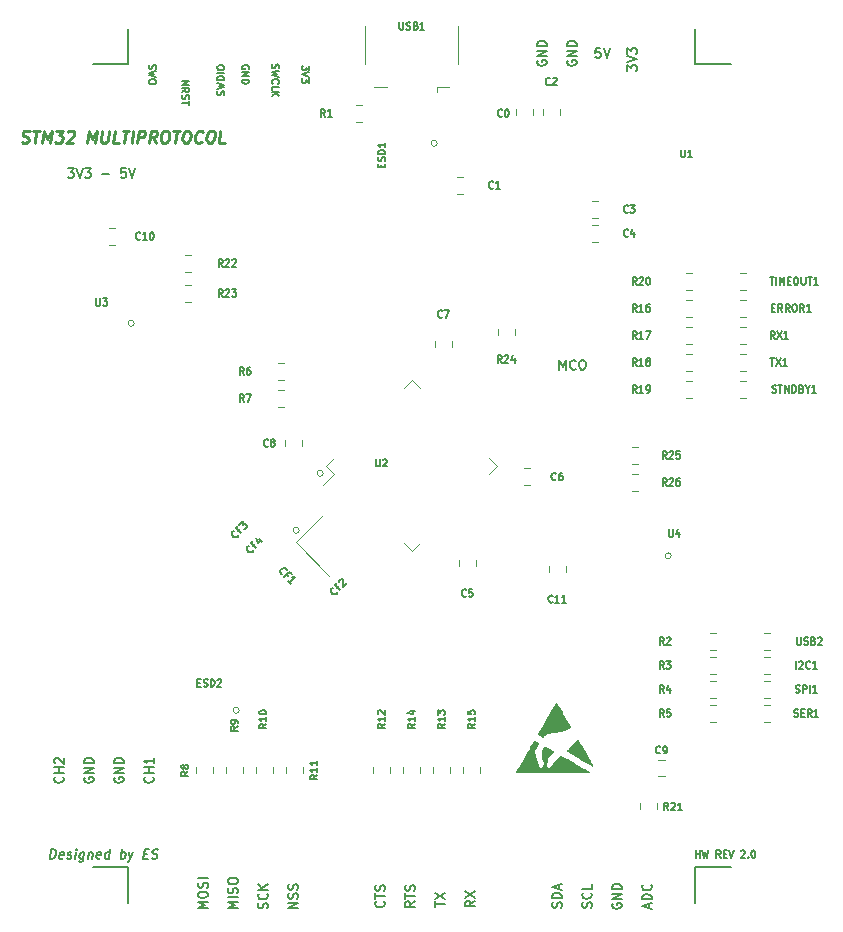
<source format=gto>
G04 #@! TF.GenerationSoftware,KiCad,Pcbnew,(5.1.5)-2*
G04 #@! TF.CreationDate,2021-12-27T14:55:15+01:00*
G04 #@! TF.ProjectId,STM32_MULTIPROTOCOL,53544d33-325f-44d5-954c-544950524f54,rev?*
G04 #@! TF.SameCoordinates,Original*
G04 #@! TF.FileFunction,Legend,Top*
G04 #@! TF.FilePolarity,Positive*
%FSLAX46Y46*%
G04 Gerber Fmt 4.6, Leading zero omitted, Abs format (unit mm)*
G04 Created by KiCad (PCBNEW (5.1.5)-2) date 2021-12-27 14:55:15*
%MOMM*%
%LPD*%
G04 APERTURE LIST*
%ADD10C,0.150000*%
%ADD11C,0.120000*%
%ADD12C,0.250000*%
%ADD13C,0.200000*%
%ADD14C,0.010000*%
G04 APERTURE END LIST*
D10*
X172508285Y-91857904D02*
X172508285Y-91057904D01*
X172774952Y-91629333D01*
X173041619Y-91057904D01*
X173041619Y-91857904D01*
X173879714Y-91781714D02*
X173841619Y-91819809D01*
X173727333Y-91857904D01*
X173651142Y-91857904D01*
X173536857Y-91819809D01*
X173460666Y-91743619D01*
X173422571Y-91667428D01*
X173384476Y-91515047D01*
X173384476Y-91400761D01*
X173422571Y-91248380D01*
X173460666Y-91172190D01*
X173536857Y-91096000D01*
X173651142Y-91057904D01*
X173727333Y-91057904D01*
X173841619Y-91096000D01*
X173879714Y-91134095D01*
X174374952Y-91057904D02*
X174527333Y-91057904D01*
X174603523Y-91096000D01*
X174679714Y-91172190D01*
X174717809Y-91324571D01*
X174717809Y-91591238D01*
X174679714Y-91743619D01*
X174603523Y-91819809D01*
X174527333Y-91857904D01*
X174374952Y-91857904D01*
X174298761Y-91819809D01*
X174222571Y-91743619D01*
X174184476Y-91591238D01*
X174184476Y-91324571D01*
X174222571Y-91172190D01*
X174298761Y-91096000D01*
X174374952Y-91057904D01*
D11*
X181976000Y-107625000D02*
G75*
G03X181976000Y-107625000I-254000J0D01*
G01*
X150480000Y-105466000D02*
G75*
G03X150480000Y-105466000I-254000J0D01*
G01*
D10*
X130896952Y-74801904D02*
X131392190Y-74801904D01*
X131125523Y-75106666D01*
X131239809Y-75106666D01*
X131316000Y-75144761D01*
X131354095Y-75182857D01*
X131392190Y-75259047D01*
X131392190Y-75449523D01*
X131354095Y-75525714D01*
X131316000Y-75563809D01*
X131239809Y-75601904D01*
X131011238Y-75601904D01*
X130935047Y-75563809D01*
X130896952Y-75525714D01*
X131620761Y-74801904D02*
X131887428Y-75601904D01*
X132154095Y-74801904D01*
X132344571Y-74801904D02*
X132839809Y-74801904D01*
X132573142Y-75106666D01*
X132687428Y-75106666D01*
X132763619Y-75144761D01*
X132801714Y-75182857D01*
X132839809Y-75259047D01*
X132839809Y-75449523D01*
X132801714Y-75525714D01*
X132763619Y-75563809D01*
X132687428Y-75601904D01*
X132458857Y-75601904D01*
X132382666Y-75563809D01*
X132344571Y-75525714D01*
X133792190Y-75297142D02*
X134401714Y-75297142D01*
X135773142Y-74801904D02*
X135392190Y-74801904D01*
X135354095Y-75182857D01*
X135392190Y-75144761D01*
X135468380Y-75106666D01*
X135658857Y-75106666D01*
X135735047Y-75144761D01*
X135773142Y-75182857D01*
X135811238Y-75259047D01*
X135811238Y-75449523D01*
X135773142Y-75525714D01*
X135735047Y-75563809D01*
X135658857Y-75601904D01*
X135468380Y-75601904D01*
X135392190Y-75563809D01*
X135354095Y-75525714D01*
X136039809Y-74801904D02*
X136306476Y-75601904D01*
X136573142Y-74801904D01*
X138065714Y-126338380D02*
X138103809Y-126376476D01*
X138141904Y-126490761D01*
X138141904Y-126566952D01*
X138103809Y-126681238D01*
X138027619Y-126757428D01*
X137951428Y-126795523D01*
X137799047Y-126833619D01*
X137684761Y-126833619D01*
X137532380Y-126795523D01*
X137456190Y-126757428D01*
X137380000Y-126681238D01*
X137341904Y-126566952D01*
X137341904Y-126490761D01*
X137380000Y-126376476D01*
X137418095Y-126338380D01*
X138141904Y-125995523D02*
X137341904Y-125995523D01*
X137722857Y-125995523D02*
X137722857Y-125538380D01*
X138141904Y-125538380D02*
X137341904Y-125538380D01*
X138141904Y-124738380D02*
X138141904Y-125195523D01*
X138141904Y-124966952D02*
X137341904Y-124966952D01*
X137456190Y-125043142D01*
X137532380Y-125119333D01*
X137570476Y-125195523D01*
X134840000Y-126395523D02*
X134801904Y-126471714D01*
X134801904Y-126586000D01*
X134840000Y-126700285D01*
X134916190Y-126776476D01*
X134992380Y-126814571D01*
X135144761Y-126852666D01*
X135259047Y-126852666D01*
X135411428Y-126814571D01*
X135487619Y-126776476D01*
X135563809Y-126700285D01*
X135601904Y-126586000D01*
X135601904Y-126509809D01*
X135563809Y-126395523D01*
X135525714Y-126357428D01*
X135259047Y-126357428D01*
X135259047Y-126509809D01*
X135601904Y-126014571D02*
X134801904Y-126014571D01*
X135601904Y-125557428D01*
X134801904Y-125557428D01*
X135601904Y-125176476D02*
X134801904Y-125176476D01*
X134801904Y-124986000D01*
X134840000Y-124871714D01*
X134916190Y-124795523D01*
X134992380Y-124757428D01*
X135144761Y-124719333D01*
X135259047Y-124719333D01*
X135411428Y-124757428D01*
X135487619Y-124795523D01*
X135563809Y-124871714D01*
X135601904Y-124986000D01*
X135601904Y-125176476D01*
X132300000Y-126395523D02*
X132261904Y-126471714D01*
X132261904Y-126586000D01*
X132300000Y-126700285D01*
X132376190Y-126776476D01*
X132452380Y-126814571D01*
X132604761Y-126852666D01*
X132719047Y-126852666D01*
X132871428Y-126814571D01*
X132947619Y-126776476D01*
X133023809Y-126700285D01*
X133061904Y-126586000D01*
X133061904Y-126509809D01*
X133023809Y-126395523D01*
X132985714Y-126357428D01*
X132719047Y-126357428D01*
X132719047Y-126509809D01*
X133061904Y-126014571D02*
X132261904Y-126014571D01*
X133061904Y-125557428D01*
X132261904Y-125557428D01*
X133061904Y-125176476D02*
X132261904Y-125176476D01*
X132261904Y-124986000D01*
X132300000Y-124871714D01*
X132376190Y-124795523D01*
X132452380Y-124757428D01*
X132604761Y-124719333D01*
X132719047Y-124719333D01*
X132871428Y-124757428D01*
X132947619Y-124795523D01*
X133023809Y-124871714D01*
X133061904Y-124986000D01*
X133061904Y-125176476D01*
X130445714Y-126338380D02*
X130483809Y-126376476D01*
X130521904Y-126490761D01*
X130521904Y-126566952D01*
X130483809Y-126681238D01*
X130407619Y-126757428D01*
X130331428Y-126795523D01*
X130179047Y-126833619D01*
X130064761Y-126833619D01*
X129912380Y-126795523D01*
X129836190Y-126757428D01*
X129760000Y-126681238D01*
X129721904Y-126566952D01*
X129721904Y-126490761D01*
X129760000Y-126376476D01*
X129798095Y-126338380D01*
X130521904Y-125995523D02*
X129721904Y-125995523D01*
X130102857Y-125995523D02*
X130102857Y-125538380D01*
X130521904Y-125538380D02*
X129721904Y-125538380D01*
X129798095Y-125195523D02*
X129760000Y-125157428D01*
X129721904Y-125081238D01*
X129721904Y-124890761D01*
X129760000Y-124814571D01*
X129798095Y-124776476D01*
X129874285Y-124738380D01*
X129950476Y-124738380D01*
X130064761Y-124776476D01*
X130521904Y-125233619D01*
X130521904Y-124738380D01*
D11*
X136510000Y-87940000D02*
G75*
G03X136510000Y-87940000I-254000J0D01*
G01*
D10*
X173194000Y-65689523D02*
X173155904Y-65765714D01*
X173155904Y-65880000D01*
X173194000Y-65994285D01*
X173270190Y-66070476D01*
X173346380Y-66108571D01*
X173498761Y-66146666D01*
X173613047Y-66146666D01*
X173765428Y-66108571D01*
X173841619Y-66070476D01*
X173917809Y-65994285D01*
X173955904Y-65880000D01*
X173955904Y-65803809D01*
X173917809Y-65689523D01*
X173879714Y-65651428D01*
X173613047Y-65651428D01*
X173613047Y-65803809D01*
X173955904Y-65308571D02*
X173155904Y-65308571D01*
X173955904Y-64851428D01*
X173155904Y-64851428D01*
X173955904Y-64470476D02*
X173155904Y-64470476D01*
X173155904Y-64280000D01*
X173194000Y-64165714D01*
X173270190Y-64089523D01*
X173346380Y-64051428D01*
X173498761Y-64013333D01*
X173613047Y-64013333D01*
X173765428Y-64051428D01*
X173841619Y-64089523D01*
X173917809Y-64165714D01*
X173955904Y-64280000D01*
X173955904Y-64470476D01*
X170654000Y-65689523D02*
X170615904Y-65765714D01*
X170615904Y-65880000D01*
X170654000Y-65994285D01*
X170730190Y-66070476D01*
X170806380Y-66108571D01*
X170958761Y-66146666D01*
X171073047Y-66146666D01*
X171225428Y-66108571D01*
X171301619Y-66070476D01*
X171377809Y-65994285D01*
X171415904Y-65880000D01*
X171415904Y-65803809D01*
X171377809Y-65689523D01*
X171339714Y-65651428D01*
X171073047Y-65651428D01*
X171073047Y-65803809D01*
X171415904Y-65308571D02*
X170615904Y-65308571D01*
X171415904Y-64851428D01*
X170615904Y-64851428D01*
X171415904Y-64470476D02*
X170615904Y-64470476D01*
X170615904Y-64280000D01*
X170654000Y-64165714D01*
X170730190Y-64089523D01*
X170806380Y-64051428D01*
X170958761Y-64013333D01*
X171073047Y-64013333D01*
X171225428Y-64051428D01*
X171301619Y-64089523D01*
X171377809Y-64165714D01*
X171415904Y-64280000D01*
X171415904Y-64470476D01*
X175981619Y-64641904D02*
X175600666Y-64641904D01*
X175562571Y-65022857D01*
X175600666Y-64984761D01*
X175676857Y-64946666D01*
X175867333Y-64946666D01*
X175943523Y-64984761D01*
X175981619Y-65022857D01*
X176019714Y-65099047D01*
X176019714Y-65289523D01*
X175981619Y-65365714D01*
X175943523Y-65403809D01*
X175867333Y-65441904D01*
X175676857Y-65441904D01*
X175600666Y-65403809D01*
X175562571Y-65365714D01*
X176248285Y-64641904D02*
X176514952Y-65441904D01*
X176781619Y-64641904D01*
X178235904Y-66578476D02*
X178235904Y-66083238D01*
X178540666Y-66349904D01*
X178540666Y-66235619D01*
X178578761Y-66159428D01*
X178616857Y-66121333D01*
X178693047Y-66083238D01*
X178883523Y-66083238D01*
X178959714Y-66121333D01*
X178997809Y-66159428D01*
X179035904Y-66235619D01*
X179035904Y-66464190D01*
X178997809Y-66540380D01*
X178959714Y-66578476D01*
X178235904Y-65854666D02*
X179035904Y-65588000D01*
X178235904Y-65321333D01*
X178235904Y-65130857D02*
X178235904Y-64635619D01*
X178540666Y-64902285D01*
X178540666Y-64788000D01*
X178578761Y-64711809D01*
X178616857Y-64673714D01*
X178693047Y-64635619D01*
X178883523Y-64635619D01*
X178959714Y-64673714D01*
X178997809Y-64711809D01*
X179035904Y-64788000D01*
X179035904Y-65016571D01*
X178997809Y-65092761D01*
X178959714Y-65130857D01*
D12*
X126969270Y-72596761D02*
X127106175Y-72644380D01*
X127344270Y-72644380D01*
X127445461Y-72596761D01*
X127499032Y-72549142D01*
X127558556Y-72453904D01*
X127570461Y-72358666D01*
X127534747Y-72263428D01*
X127493080Y-72215809D01*
X127403794Y-72168190D01*
X127219270Y-72120571D01*
X127129985Y-72072952D01*
X127088318Y-72025333D01*
X127052604Y-71930095D01*
X127064508Y-71834857D01*
X127124032Y-71739619D01*
X127177604Y-71692000D01*
X127278794Y-71644380D01*
X127516889Y-71644380D01*
X127653794Y-71692000D01*
X127945461Y-71644380D02*
X128516889Y-71644380D01*
X128106175Y-72644380D02*
X128231175Y-71644380D01*
X128725223Y-72644380D02*
X128850223Y-71644380D01*
X129094270Y-72358666D01*
X129516889Y-71644380D01*
X129391889Y-72644380D01*
X129897842Y-71644380D02*
X130516889Y-71644380D01*
X130135937Y-72025333D01*
X130278794Y-72025333D01*
X130368080Y-72072952D01*
X130409747Y-72120571D01*
X130445461Y-72215809D01*
X130415699Y-72453904D01*
X130356175Y-72549142D01*
X130302604Y-72596761D01*
X130201413Y-72644380D01*
X129915699Y-72644380D01*
X129826413Y-72596761D01*
X129784747Y-72549142D01*
X130885937Y-71739619D02*
X130939508Y-71692000D01*
X131040699Y-71644380D01*
X131278794Y-71644380D01*
X131368080Y-71692000D01*
X131409747Y-71739619D01*
X131445461Y-71834857D01*
X131433556Y-71930095D01*
X131368080Y-72072952D01*
X130725223Y-72644380D01*
X131344270Y-72644380D01*
X132534747Y-72644380D02*
X132659747Y-71644380D01*
X132903794Y-72358666D01*
X133326413Y-71644380D01*
X133201413Y-72644380D01*
X133802604Y-71644380D02*
X133701413Y-72453904D01*
X133737127Y-72549142D01*
X133778794Y-72596761D01*
X133868080Y-72644380D01*
X134058556Y-72644380D01*
X134159747Y-72596761D01*
X134213318Y-72549142D01*
X134272842Y-72453904D01*
X134374032Y-71644380D01*
X135201413Y-72644380D02*
X134725223Y-72644380D01*
X134850223Y-71644380D01*
X135516889Y-71644380D02*
X136088318Y-71644380D01*
X135677604Y-72644380D02*
X135802604Y-71644380D01*
X136296651Y-72644380D02*
X136421651Y-71644380D01*
X136772842Y-72644380D02*
X136897842Y-71644380D01*
X137278794Y-71644380D01*
X137368080Y-71692000D01*
X137409747Y-71739619D01*
X137445461Y-71834857D01*
X137427604Y-71977714D01*
X137368080Y-72072952D01*
X137314508Y-72120571D01*
X137213318Y-72168190D01*
X136832366Y-72168190D01*
X138344270Y-72644380D02*
X138070461Y-72168190D01*
X137772842Y-72644380D02*
X137897842Y-71644380D01*
X138278794Y-71644380D01*
X138368080Y-71692000D01*
X138409747Y-71739619D01*
X138445461Y-71834857D01*
X138427604Y-71977714D01*
X138368080Y-72072952D01*
X138314508Y-72120571D01*
X138213318Y-72168190D01*
X137832366Y-72168190D01*
X139088318Y-71644380D02*
X139278794Y-71644380D01*
X139368080Y-71692000D01*
X139451413Y-71787238D01*
X139475223Y-71977714D01*
X139433556Y-72311047D01*
X139362127Y-72501523D01*
X139254985Y-72596761D01*
X139153794Y-72644380D01*
X138963318Y-72644380D01*
X138874032Y-72596761D01*
X138790699Y-72501523D01*
X138766889Y-72311047D01*
X138808556Y-71977714D01*
X138879985Y-71787238D01*
X138987127Y-71692000D01*
X139088318Y-71644380D01*
X139802604Y-71644380D02*
X140374032Y-71644380D01*
X139963318Y-72644380D02*
X140088318Y-71644380D01*
X140897842Y-71644380D02*
X141088318Y-71644380D01*
X141177604Y-71692000D01*
X141260937Y-71787238D01*
X141284747Y-71977714D01*
X141243080Y-72311047D01*
X141171651Y-72501523D01*
X141064508Y-72596761D01*
X140963318Y-72644380D01*
X140772842Y-72644380D01*
X140683556Y-72596761D01*
X140600223Y-72501523D01*
X140576413Y-72311047D01*
X140618080Y-71977714D01*
X140689508Y-71787238D01*
X140796651Y-71692000D01*
X140897842Y-71644380D01*
X142213318Y-72549142D02*
X142159747Y-72596761D01*
X142010937Y-72644380D01*
X141915699Y-72644380D01*
X141778794Y-72596761D01*
X141695461Y-72501523D01*
X141659747Y-72406285D01*
X141635937Y-72215809D01*
X141653794Y-72072952D01*
X141725223Y-71882476D01*
X141784747Y-71787238D01*
X141891889Y-71692000D01*
X142040699Y-71644380D01*
X142135937Y-71644380D01*
X142272842Y-71692000D01*
X142314508Y-71739619D01*
X142945461Y-71644380D02*
X143135937Y-71644380D01*
X143225223Y-71692000D01*
X143308556Y-71787238D01*
X143332366Y-71977714D01*
X143290699Y-72311047D01*
X143219270Y-72501523D01*
X143112127Y-72596761D01*
X143010937Y-72644380D01*
X142820461Y-72644380D01*
X142731175Y-72596761D01*
X142647842Y-72501523D01*
X142624032Y-72311047D01*
X142665699Y-71977714D01*
X142737127Y-71787238D01*
X142844270Y-71692000D01*
X142945461Y-71644380D01*
X144153794Y-72644380D02*
X143677604Y-72644380D01*
X143802604Y-71644380D01*
D10*
X184033714Y-133169428D02*
X184033714Y-132569428D01*
X184033714Y-132855142D02*
X184376571Y-132855142D01*
X184376571Y-133169428D02*
X184376571Y-132569428D01*
X184605142Y-132569428D02*
X184748000Y-133169428D01*
X184862285Y-132740857D01*
X184976571Y-133169428D01*
X185119428Y-132569428D01*
X186148000Y-133169428D02*
X185948000Y-132883714D01*
X185805142Y-133169428D02*
X185805142Y-132569428D01*
X186033714Y-132569428D01*
X186090857Y-132598000D01*
X186119428Y-132626571D01*
X186148000Y-132683714D01*
X186148000Y-132769428D01*
X186119428Y-132826571D01*
X186090857Y-132855142D01*
X186033714Y-132883714D01*
X185805142Y-132883714D01*
X186405142Y-132855142D02*
X186605142Y-132855142D01*
X186690857Y-133169428D02*
X186405142Y-133169428D01*
X186405142Y-132569428D01*
X186690857Y-132569428D01*
X186862285Y-132569428D02*
X187062285Y-133169428D01*
X187262285Y-132569428D01*
X187890857Y-132626571D02*
X187919428Y-132598000D01*
X187976571Y-132569428D01*
X188119428Y-132569428D01*
X188176571Y-132598000D01*
X188205142Y-132626571D01*
X188233714Y-132683714D01*
X188233714Y-132740857D01*
X188205142Y-132826571D01*
X187862285Y-133169428D01*
X188233714Y-133169428D01*
X188490857Y-133112285D02*
X188519428Y-133140857D01*
X188490857Y-133169428D01*
X188462285Y-133140857D01*
X188490857Y-133112285D01*
X188490857Y-133169428D01*
X188890857Y-132569428D02*
X188948000Y-132569428D01*
X189005142Y-132598000D01*
X189033714Y-132626571D01*
X189062285Y-132683714D01*
X189090857Y-132798000D01*
X189090857Y-132940857D01*
X189062285Y-133055142D01*
X189033714Y-133112285D01*
X189005142Y-133140857D01*
X188948000Y-133169428D01*
X188890857Y-133169428D01*
X188833714Y-133140857D01*
X188805142Y-133112285D01*
X188776571Y-133055142D01*
X188748000Y-132940857D01*
X188748000Y-132798000D01*
X188776571Y-132683714D01*
X188805142Y-132626571D01*
X188833714Y-132598000D01*
X188890857Y-132569428D01*
D13*
X129369226Y-133259904D02*
X129469226Y-132459904D01*
X129659702Y-132459904D01*
X129769226Y-132498000D01*
X129835892Y-132574190D01*
X129864464Y-132650380D01*
X129883511Y-132802761D01*
X129869226Y-132917047D01*
X129812083Y-133069428D01*
X129764464Y-133145619D01*
X129678750Y-133221809D01*
X129559702Y-133259904D01*
X129369226Y-133259904D01*
X130478750Y-133221809D02*
X130397797Y-133259904D01*
X130245416Y-133259904D01*
X130173988Y-133221809D01*
X130145416Y-133145619D01*
X130183511Y-132840857D01*
X130231130Y-132764666D01*
X130312083Y-132726571D01*
X130464464Y-132726571D01*
X130535892Y-132764666D01*
X130564464Y-132840857D01*
X130554940Y-132917047D01*
X130164464Y-132993238D01*
X130821607Y-133221809D02*
X130893035Y-133259904D01*
X131045416Y-133259904D01*
X131126369Y-133221809D01*
X131173988Y-133145619D01*
X131178750Y-133107523D01*
X131150178Y-133031333D01*
X131078750Y-132993238D01*
X130964464Y-132993238D01*
X130893035Y-132955142D01*
X130864464Y-132878952D01*
X130869226Y-132840857D01*
X130916845Y-132764666D01*
X130997797Y-132726571D01*
X131112083Y-132726571D01*
X131183511Y-132764666D01*
X131502559Y-133259904D02*
X131569226Y-132726571D01*
X131602559Y-132459904D02*
X131559702Y-132498000D01*
X131593035Y-132536095D01*
X131635892Y-132498000D01*
X131602559Y-132459904D01*
X131593035Y-132536095D01*
X132293035Y-132726571D02*
X132212083Y-133374190D01*
X132164464Y-133450380D01*
X132121607Y-133488476D01*
X132040654Y-133526571D01*
X131926369Y-133526571D01*
X131854940Y-133488476D01*
X132231130Y-133221809D02*
X132150178Y-133259904D01*
X131997797Y-133259904D01*
X131926369Y-133221809D01*
X131893035Y-133183714D01*
X131864464Y-133107523D01*
X131893035Y-132878952D01*
X131940654Y-132802761D01*
X131983511Y-132764666D01*
X132064464Y-132726571D01*
X132216845Y-132726571D01*
X132288273Y-132764666D01*
X132673988Y-132726571D02*
X132607321Y-133259904D01*
X132664464Y-132802761D02*
X132707321Y-132764666D01*
X132788273Y-132726571D01*
X132902559Y-132726571D01*
X132973988Y-132764666D01*
X133002559Y-132840857D01*
X132950178Y-133259904D01*
X133640654Y-133221809D02*
X133559702Y-133259904D01*
X133407321Y-133259904D01*
X133335892Y-133221809D01*
X133307321Y-133145619D01*
X133345416Y-132840857D01*
X133393035Y-132764666D01*
X133473988Y-132726571D01*
X133626369Y-132726571D01*
X133697797Y-132764666D01*
X133726369Y-132840857D01*
X133716845Y-132917047D01*
X133326369Y-132993238D01*
X134359702Y-133259904D02*
X134459702Y-132459904D01*
X134364464Y-133221809D02*
X134283511Y-133259904D01*
X134131130Y-133259904D01*
X134059702Y-133221809D01*
X134026369Y-133183714D01*
X133997797Y-133107523D01*
X134026369Y-132878952D01*
X134073988Y-132802761D01*
X134116845Y-132764666D01*
X134197797Y-132726571D01*
X134350178Y-132726571D01*
X134421607Y-132764666D01*
X135350178Y-133259904D02*
X135450178Y-132459904D01*
X135412083Y-132764666D02*
X135493035Y-132726571D01*
X135645416Y-132726571D01*
X135716845Y-132764666D01*
X135750178Y-132802761D01*
X135778750Y-132878952D01*
X135750178Y-133107523D01*
X135702559Y-133183714D01*
X135659702Y-133221809D01*
X135578750Y-133259904D01*
X135426369Y-133259904D01*
X135354940Y-133221809D01*
X136064464Y-132726571D02*
X136188273Y-133259904D01*
X136445416Y-132726571D02*
X136188273Y-133259904D01*
X136088273Y-133450380D01*
X136045416Y-133488476D01*
X135964464Y-133526571D01*
X137345416Y-132840857D02*
X137612083Y-132840857D01*
X137673988Y-133259904D02*
X137293035Y-133259904D01*
X137393035Y-132459904D01*
X137773988Y-132459904D01*
X137983511Y-133221809D02*
X138093035Y-133259904D01*
X138283511Y-133259904D01*
X138364464Y-133221809D01*
X138407321Y-133183714D01*
X138454940Y-133107523D01*
X138464464Y-133031333D01*
X138435892Y-132955142D01*
X138402559Y-132917047D01*
X138331130Y-132878952D01*
X138183511Y-132840857D01*
X138112083Y-132802761D01*
X138078750Y-132764666D01*
X138050178Y-132688476D01*
X138059702Y-132612285D01*
X138107321Y-132536095D01*
X138150178Y-132498000D01*
X138231130Y-132459904D01*
X138421607Y-132459904D01*
X138531130Y-132498000D01*
D11*
X162164000Y-72700000D02*
G75*
G03X162164000Y-72700000I-254000J0D01*
G01*
X145400000Y-120706000D02*
G75*
G03X145400000Y-120706000I-254000J0D01*
G01*
X152512000Y-100640000D02*
G75*
G03X152512000Y-100640000I-254000J0D01*
G01*
D13*
X136000000Y-66000000D02*
X133000000Y-66000000D01*
X136000000Y-63000000D02*
X136000000Y-66000000D01*
X184000000Y-66000000D02*
X187000000Y-66000000D01*
X184000000Y-63000000D02*
X184000000Y-66000000D01*
X184000000Y-134000000D02*
X187000000Y-134000000D01*
X184000000Y-137000000D02*
X184000000Y-134000000D01*
X136000000Y-134000000D02*
X136000000Y-137000000D01*
X133000000Y-134000000D02*
X136000000Y-134000000D01*
D10*
X180077333Y-137444476D02*
X180077333Y-137063523D01*
X180305904Y-137520666D02*
X179505904Y-137254000D01*
X180305904Y-136987333D01*
X180305904Y-136720666D02*
X179505904Y-136720666D01*
X179505904Y-136530190D01*
X179544000Y-136415904D01*
X179620190Y-136339714D01*
X179696380Y-136301619D01*
X179848761Y-136263523D01*
X179963047Y-136263523D01*
X180115428Y-136301619D01*
X180191619Y-136339714D01*
X180267809Y-136415904D01*
X180305904Y-136530190D01*
X180305904Y-136720666D01*
X180229714Y-135463523D02*
X180267809Y-135501619D01*
X180305904Y-135615904D01*
X180305904Y-135692095D01*
X180267809Y-135806380D01*
X180191619Y-135882571D01*
X180115428Y-135920666D01*
X179963047Y-135958761D01*
X179848761Y-135958761D01*
X179696380Y-135920666D01*
X179620190Y-135882571D01*
X179544000Y-135806380D01*
X179505904Y-135692095D01*
X179505904Y-135615904D01*
X179544000Y-135501619D01*
X179582095Y-135463523D01*
X177004000Y-137063523D02*
X176965904Y-137139714D01*
X176965904Y-137254000D01*
X177004000Y-137368285D01*
X177080190Y-137444476D01*
X177156380Y-137482571D01*
X177308761Y-137520666D01*
X177423047Y-137520666D01*
X177575428Y-137482571D01*
X177651619Y-137444476D01*
X177727809Y-137368285D01*
X177765904Y-137254000D01*
X177765904Y-137177809D01*
X177727809Y-137063523D01*
X177689714Y-137025428D01*
X177423047Y-137025428D01*
X177423047Y-137177809D01*
X177765904Y-136682571D02*
X176965904Y-136682571D01*
X177765904Y-136225428D01*
X176965904Y-136225428D01*
X177765904Y-135844476D02*
X176965904Y-135844476D01*
X176965904Y-135654000D01*
X177004000Y-135539714D01*
X177080190Y-135463523D01*
X177156380Y-135425428D01*
X177308761Y-135387333D01*
X177423047Y-135387333D01*
X177575428Y-135425428D01*
X177651619Y-135463523D01*
X177727809Y-135539714D01*
X177765904Y-135654000D01*
X177765904Y-135844476D01*
X175187809Y-137406380D02*
X175225904Y-137292095D01*
X175225904Y-137101619D01*
X175187809Y-137025428D01*
X175149714Y-136987333D01*
X175073523Y-136949238D01*
X174997333Y-136949238D01*
X174921142Y-136987333D01*
X174883047Y-137025428D01*
X174844952Y-137101619D01*
X174806857Y-137254000D01*
X174768761Y-137330190D01*
X174730666Y-137368285D01*
X174654476Y-137406380D01*
X174578285Y-137406380D01*
X174502095Y-137368285D01*
X174464000Y-137330190D01*
X174425904Y-137254000D01*
X174425904Y-137063523D01*
X174464000Y-136949238D01*
X175149714Y-136149238D02*
X175187809Y-136187333D01*
X175225904Y-136301619D01*
X175225904Y-136377809D01*
X175187809Y-136492095D01*
X175111619Y-136568285D01*
X175035428Y-136606380D01*
X174883047Y-136644476D01*
X174768761Y-136644476D01*
X174616380Y-136606380D01*
X174540190Y-136568285D01*
X174464000Y-136492095D01*
X174425904Y-136377809D01*
X174425904Y-136301619D01*
X174464000Y-136187333D01*
X174502095Y-136149238D01*
X175225904Y-135425428D02*
X175225904Y-135806380D01*
X174425904Y-135806380D01*
X172647809Y-137425428D02*
X172685904Y-137311142D01*
X172685904Y-137120666D01*
X172647809Y-137044476D01*
X172609714Y-137006380D01*
X172533523Y-136968285D01*
X172457333Y-136968285D01*
X172381142Y-137006380D01*
X172343047Y-137044476D01*
X172304952Y-137120666D01*
X172266857Y-137273047D01*
X172228761Y-137349238D01*
X172190666Y-137387333D01*
X172114476Y-137425428D01*
X172038285Y-137425428D01*
X171962095Y-137387333D01*
X171924000Y-137349238D01*
X171885904Y-137273047D01*
X171885904Y-137082571D01*
X171924000Y-136968285D01*
X172685904Y-136625428D02*
X171885904Y-136625428D01*
X171885904Y-136434952D01*
X171924000Y-136320666D01*
X172000190Y-136244476D01*
X172076380Y-136206380D01*
X172228761Y-136168285D01*
X172343047Y-136168285D01*
X172495428Y-136206380D01*
X172571619Y-136244476D01*
X172647809Y-136320666D01*
X172685904Y-136434952D01*
X172685904Y-136625428D01*
X172457333Y-135863523D02*
X172457333Y-135482571D01*
X172685904Y-135939714D02*
X171885904Y-135673047D01*
X172685904Y-135406380D01*
X165319904Y-136841333D02*
X164938952Y-137108000D01*
X165319904Y-137298476D02*
X164519904Y-137298476D01*
X164519904Y-136993714D01*
X164558000Y-136917523D01*
X164596095Y-136879428D01*
X164672285Y-136841333D01*
X164786571Y-136841333D01*
X164862761Y-136879428D01*
X164900857Y-136917523D01*
X164938952Y-136993714D01*
X164938952Y-137298476D01*
X164519904Y-136574666D02*
X165319904Y-136041333D01*
X164519904Y-136041333D02*
X165319904Y-136574666D01*
X161979904Y-137317523D02*
X161979904Y-136860380D01*
X162779904Y-137088952D02*
X161979904Y-137088952D01*
X161979904Y-136669904D02*
X162779904Y-136136571D01*
X161979904Y-136136571D02*
X162779904Y-136669904D01*
X160239904Y-136892095D02*
X159858952Y-137158761D01*
X160239904Y-137349238D02*
X159439904Y-137349238D01*
X159439904Y-137044476D01*
X159478000Y-136968285D01*
X159516095Y-136930190D01*
X159592285Y-136892095D01*
X159706571Y-136892095D01*
X159782761Y-136930190D01*
X159820857Y-136968285D01*
X159858952Y-137044476D01*
X159858952Y-137349238D01*
X159439904Y-136663523D02*
X159439904Y-136206380D01*
X160239904Y-136434952D02*
X159439904Y-136434952D01*
X160201809Y-135977809D02*
X160239904Y-135863523D01*
X160239904Y-135673047D01*
X160201809Y-135596857D01*
X160163714Y-135558761D01*
X160087523Y-135520666D01*
X160011333Y-135520666D01*
X159935142Y-135558761D01*
X159897047Y-135596857D01*
X159858952Y-135673047D01*
X159820857Y-135825428D01*
X159782761Y-135901619D01*
X159744666Y-135939714D01*
X159668476Y-135977809D01*
X159592285Y-135977809D01*
X159516095Y-135939714D01*
X159478000Y-135901619D01*
X159439904Y-135825428D01*
X159439904Y-135634952D01*
X159478000Y-135520666D01*
X157623714Y-136892095D02*
X157661809Y-136930190D01*
X157699904Y-137044476D01*
X157699904Y-137120666D01*
X157661809Y-137234952D01*
X157585619Y-137311142D01*
X157509428Y-137349238D01*
X157357047Y-137387333D01*
X157242761Y-137387333D01*
X157090380Y-137349238D01*
X157014190Y-137311142D01*
X156938000Y-137234952D01*
X156899904Y-137120666D01*
X156899904Y-137044476D01*
X156938000Y-136930190D01*
X156976095Y-136892095D01*
X156899904Y-136663523D02*
X156899904Y-136206380D01*
X157699904Y-136434952D02*
X156899904Y-136434952D01*
X157661809Y-135977809D02*
X157699904Y-135863523D01*
X157699904Y-135673047D01*
X157661809Y-135596857D01*
X157623714Y-135558761D01*
X157547523Y-135520666D01*
X157471333Y-135520666D01*
X157395142Y-135558761D01*
X157357047Y-135596857D01*
X157318952Y-135673047D01*
X157280857Y-135825428D01*
X157242761Y-135901619D01*
X157204666Y-135939714D01*
X157128476Y-135977809D01*
X157052285Y-135977809D01*
X156976095Y-135939714D01*
X156938000Y-135901619D01*
X156899904Y-135825428D01*
X156899904Y-135634952D01*
X156938000Y-135520666D01*
X150333904Y-137444476D02*
X149533904Y-137444476D01*
X150333904Y-136987333D01*
X149533904Y-136987333D01*
X150295809Y-136644476D02*
X150333904Y-136530190D01*
X150333904Y-136339714D01*
X150295809Y-136263523D01*
X150257714Y-136225428D01*
X150181523Y-136187333D01*
X150105333Y-136187333D01*
X150029142Y-136225428D01*
X149991047Y-136263523D01*
X149952952Y-136339714D01*
X149914857Y-136492095D01*
X149876761Y-136568285D01*
X149838666Y-136606380D01*
X149762476Y-136644476D01*
X149686285Y-136644476D01*
X149610095Y-136606380D01*
X149572000Y-136568285D01*
X149533904Y-136492095D01*
X149533904Y-136301619D01*
X149572000Y-136187333D01*
X150295809Y-135882571D02*
X150333904Y-135768285D01*
X150333904Y-135577809D01*
X150295809Y-135501619D01*
X150257714Y-135463523D01*
X150181523Y-135425428D01*
X150105333Y-135425428D01*
X150029142Y-135463523D01*
X149991047Y-135501619D01*
X149952952Y-135577809D01*
X149914857Y-135730190D01*
X149876761Y-135806380D01*
X149838666Y-135844476D01*
X149762476Y-135882571D01*
X149686285Y-135882571D01*
X149610095Y-135844476D01*
X149572000Y-135806380D01*
X149533904Y-135730190D01*
X149533904Y-135539714D01*
X149572000Y-135425428D01*
X147755809Y-137482571D02*
X147793904Y-137368285D01*
X147793904Y-137177809D01*
X147755809Y-137101619D01*
X147717714Y-137063523D01*
X147641523Y-137025428D01*
X147565333Y-137025428D01*
X147489142Y-137063523D01*
X147451047Y-137101619D01*
X147412952Y-137177809D01*
X147374857Y-137330190D01*
X147336761Y-137406380D01*
X147298666Y-137444476D01*
X147222476Y-137482571D01*
X147146285Y-137482571D01*
X147070095Y-137444476D01*
X147032000Y-137406380D01*
X146993904Y-137330190D01*
X146993904Y-137139714D01*
X147032000Y-137025428D01*
X147717714Y-136225428D02*
X147755809Y-136263523D01*
X147793904Y-136377809D01*
X147793904Y-136454000D01*
X147755809Y-136568285D01*
X147679619Y-136644476D01*
X147603428Y-136682571D01*
X147451047Y-136720666D01*
X147336761Y-136720666D01*
X147184380Y-136682571D01*
X147108190Y-136644476D01*
X147032000Y-136568285D01*
X146993904Y-136454000D01*
X146993904Y-136377809D01*
X147032000Y-136263523D01*
X147070095Y-136225428D01*
X147793904Y-135882571D02*
X146993904Y-135882571D01*
X147793904Y-135425428D02*
X147336761Y-135768285D01*
X146993904Y-135425428D02*
X147451047Y-135882571D01*
X142713904Y-137457142D02*
X141913904Y-137457142D01*
X142485333Y-137190476D01*
X141913904Y-136923809D01*
X142713904Y-136923809D01*
X141913904Y-136390476D02*
X141913904Y-136238095D01*
X141952000Y-136161904D01*
X142028190Y-136085714D01*
X142180571Y-136047619D01*
X142447238Y-136047619D01*
X142599619Y-136085714D01*
X142675809Y-136161904D01*
X142713904Y-136238095D01*
X142713904Y-136390476D01*
X142675809Y-136466666D01*
X142599619Y-136542857D01*
X142447238Y-136580952D01*
X142180571Y-136580952D01*
X142028190Y-136542857D01*
X141952000Y-136466666D01*
X141913904Y-136390476D01*
X142675809Y-135742857D02*
X142713904Y-135628571D01*
X142713904Y-135438095D01*
X142675809Y-135361904D01*
X142637714Y-135323809D01*
X142561523Y-135285714D01*
X142485333Y-135285714D01*
X142409142Y-135323809D01*
X142371047Y-135361904D01*
X142332952Y-135438095D01*
X142294857Y-135590476D01*
X142256761Y-135666666D01*
X142218666Y-135704761D01*
X142142476Y-135742857D01*
X142066285Y-135742857D01*
X141990095Y-135704761D01*
X141952000Y-135666666D01*
X141913904Y-135590476D01*
X141913904Y-135400000D01*
X141952000Y-135285714D01*
X142713904Y-134942857D02*
X141913904Y-134942857D01*
X145253904Y-137457142D02*
X144453904Y-137457142D01*
X145025333Y-137190476D01*
X144453904Y-136923809D01*
X145253904Y-136923809D01*
X145253904Y-136542857D02*
X144453904Y-136542857D01*
X145215809Y-136200000D02*
X145253904Y-136085714D01*
X145253904Y-135895238D01*
X145215809Y-135819047D01*
X145177714Y-135780952D01*
X145101523Y-135742857D01*
X145025333Y-135742857D01*
X144949142Y-135780952D01*
X144911047Y-135819047D01*
X144872952Y-135895238D01*
X144834857Y-136047619D01*
X144796761Y-136123809D01*
X144758666Y-136161904D01*
X144682476Y-136200000D01*
X144606285Y-136200000D01*
X144530095Y-136161904D01*
X144492000Y-136123809D01*
X144453904Y-136047619D01*
X144453904Y-135857142D01*
X144492000Y-135742857D01*
X144453904Y-135247619D02*
X144453904Y-135095238D01*
X144492000Y-135019047D01*
X144568190Y-134942857D01*
X144720571Y-134904761D01*
X144987238Y-134904761D01*
X145139619Y-134942857D01*
X145215809Y-135019047D01*
X145253904Y-135095238D01*
X145253904Y-135247619D01*
X145215809Y-135323809D01*
X145139619Y-135400000D01*
X144987238Y-135438095D01*
X144720571Y-135438095D01*
X144568190Y-135400000D01*
X144492000Y-135323809D01*
X144453904Y-135247619D01*
X146208000Y-66400857D02*
X146236571Y-66343714D01*
X146236571Y-66258000D01*
X146208000Y-66172285D01*
X146150857Y-66115142D01*
X146093714Y-66086571D01*
X145979428Y-66058000D01*
X145893714Y-66058000D01*
X145779428Y-66086571D01*
X145722285Y-66115142D01*
X145665142Y-66172285D01*
X145636571Y-66258000D01*
X145636571Y-66315142D01*
X145665142Y-66400857D01*
X145693714Y-66429428D01*
X145893714Y-66429428D01*
X145893714Y-66315142D01*
X145636571Y-66686571D02*
X146236571Y-66686571D01*
X145636571Y-67029428D01*
X146236571Y-67029428D01*
X145636571Y-67315142D02*
X146236571Y-67315142D01*
X146236571Y-67458000D01*
X146208000Y-67543714D01*
X146150857Y-67600857D01*
X146093714Y-67629428D01*
X145979428Y-67658000D01*
X145893714Y-67658000D01*
X145779428Y-67629428D01*
X145722285Y-67600857D01*
X145665142Y-67543714D01*
X145636571Y-67458000D01*
X145636571Y-67315142D01*
X148205142Y-66008857D02*
X148176571Y-66094571D01*
X148176571Y-66237428D01*
X148205142Y-66294571D01*
X148233714Y-66323142D01*
X148290857Y-66351714D01*
X148348000Y-66351714D01*
X148405142Y-66323142D01*
X148433714Y-66294571D01*
X148462285Y-66237428D01*
X148490857Y-66123142D01*
X148519428Y-66066000D01*
X148548000Y-66037428D01*
X148605142Y-66008857D01*
X148662285Y-66008857D01*
X148719428Y-66037428D01*
X148748000Y-66066000D01*
X148776571Y-66123142D01*
X148776571Y-66266000D01*
X148748000Y-66351714D01*
X148776571Y-66551714D02*
X148176571Y-66694571D01*
X148605142Y-66808857D01*
X148176571Y-66923142D01*
X148776571Y-67066000D01*
X148233714Y-67637428D02*
X148205142Y-67608857D01*
X148176571Y-67523142D01*
X148176571Y-67466000D01*
X148205142Y-67380285D01*
X148262285Y-67323142D01*
X148319428Y-67294571D01*
X148433714Y-67266000D01*
X148519428Y-67266000D01*
X148633714Y-67294571D01*
X148690857Y-67323142D01*
X148748000Y-67380285D01*
X148776571Y-67466000D01*
X148776571Y-67523142D01*
X148748000Y-67608857D01*
X148719428Y-67637428D01*
X148176571Y-68180285D02*
X148176571Y-67894571D01*
X148776571Y-67894571D01*
X148176571Y-68380285D02*
X148776571Y-68380285D01*
X148176571Y-68723142D02*
X148519428Y-68466000D01*
X148776571Y-68723142D02*
X148433714Y-68380285D01*
X144118857Y-68637428D02*
X144147428Y-68551714D01*
X144147428Y-68408857D01*
X144118857Y-68351714D01*
X144090285Y-68323142D01*
X144033142Y-68294571D01*
X143976000Y-68294571D01*
X143918857Y-68323142D01*
X143890285Y-68351714D01*
X143861714Y-68408857D01*
X143833142Y-68523142D01*
X143804571Y-68580285D01*
X143776000Y-68608857D01*
X143718857Y-68637428D01*
X143661714Y-68637428D01*
X143604571Y-68608857D01*
X143576000Y-68580285D01*
X143547428Y-68523142D01*
X143547428Y-68380285D01*
X143576000Y-68294571D01*
X143547428Y-68094571D02*
X144147428Y-67951714D01*
X143718857Y-67837428D01*
X144147428Y-67723142D01*
X143547428Y-67580285D01*
X144147428Y-67351714D02*
X143547428Y-67351714D01*
X143547428Y-67208857D01*
X143576000Y-67123142D01*
X143633142Y-67066000D01*
X143690285Y-67037428D01*
X143804571Y-67008857D01*
X143890285Y-67008857D01*
X144004571Y-67037428D01*
X144061714Y-67066000D01*
X144118857Y-67123142D01*
X144147428Y-67208857D01*
X144147428Y-67351714D01*
X144147428Y-66751714D02*
X143547428Y-66751714D01*
X143547428Y-66351714D02*
X143547428Y-66237428D01*
X143576000Y-66180285D01*
X143633142Y-66123142D01*
X143747428Y-66094571D01*
X143947428Y-66094571D01*
X144061714Y-66123142D01*
X144118857Y-66180285D01*
X144147428Y-66237428D01*
X144147428Y-66351714D01*
X144118857Y-66408857D01*
X144061714Y-66466000D01*
X143947428Y-66494571D01*
X143747428Y-66494571D01*
X143633142Y-66466000D01*
X143576000Y-66408857D01*
X143547428Y-66351714D01*
X137791142Y-66029428D02*
X137762571Y-66115142D01*
X137762571Y-66258000D01*
X137791142Y-66315142D01*
X137819714Y-66343714D01*
X137876857Y-66372285D01*
X137934000Y-66372285D01*
X137991142Y-66343714D01*
X138019714Y-66315142D01*
X138048285Y-66258000D01*
X138076857Y-66143714D01*
X138105428Y-66086571D01*
X138134000Y-66058000D01*
X138191142Y-66029428D01*
X138248285Y-66029428D01*
X138305428Y-66058000D01*
X138334000Y-66086571D01*
X138362571Y-66143714D01*
X138362571Y-66286571D01*
X138334000Y-66372285D01*
X138362571Y-66572285D02*
X137762571Y-66715142D01*
X138191142Y-66829428D01*
X137762571Y-66943714D01*
X138362571Y-67086571D01*
X138362571Y-67429428D02*
X138362571Y-67543714D01*
X138334000Y-67600857D01*
X138276857Y-67658000D01*
X138162571Y-67686571D01*
X137962571Y-67686571D01*
X137848285Y-67658000D01*
X137791142Y-67600857D01*
X137762571Y-67543714D01*
X137762571Y-67429428D01*
X137791142Y-67372285D01*
X137848285Y-67315142D01*
X137962571Y-67286571D01*
X138162571Y-67286571D01*
X138276857Y-67315142D01*
X138334000Y-67372285D01*
X138362571Y-67429428D01*
X140556571Y-67396285D02*
X141156571Y-67396285D01*
X140556571Y-67739142D01*
X141156571Y-67739142D01*
X140556571Y-68367714D02*
X140842285Y-68167714D01*
X140556571Y-68024857D02*
X141156571Y-68024857D01*
X141156571Y-68253428D01*
X141128000Y-68310571D01*
X141099428Y-68339142D01*
X141042285Y-68367714D01*
X140956571Y-68367714D01*
X140899428Y-68339142D01*
X140870857Y-68310571D01*
X140842285Y-68253428D01*
X140842285Y-68024857D01*
X140585142Y-68596285D02*
X140556571Y-68682000D01*
X140556571Y-68824857D01*
X140585142Y-68882000D01*
X140613714Y-68910571D01*
X140670857Y-68939142D01*
X140728000Y-68939142D01*
X140785142Y-68910571D01*
X140813714Y-68882000D01*
X140842285Y-68824857D01*
X140870857Y-68710571D01*
X140899428Y-68653428D01*
X140928000Y-68624857D01*
X140985142Y-68596285D01*
X141042285Y-68596285D01*
X141099428Y-68624857D01*
X141128000Y-68653428D01*
X141156571Y-68710571D01*
X141156571Y-68853428D01*
X141128000Y-68939142D01*
X141156571Y-69110571D02*
X141156571Y-69453428D01*
X140556571Y-69282000D02*
X141156571Y-69282000D01*
X151316571Y-66115142D02*
X151316571Y-66486571D01*
X151088000Y-66286571D01*
X151088000Y-66372285D01*
X151059428Y-66429428D01*
X151030857Y-66458000D01*
X150973714Y-66486571D01*
X150830857Y-66486571D01*
X150773714Y-66458000D01*
X150745142Y-66429428D01*
X150716571Y-66372285D01*
X150716571Y-66200857D01*
X150745142Y-66143714D01*
X150773714Y-66115142D01*
X151316571Y-66658000D02*
X150716571Y-66858000D01*
X151316571Y-67058000D01*
X151316571Y-67200857D02*
X151316571Y-67572285D01*
X151088000Y-67372285D01*
X151088000Y-67458000D01*
X151059428Y-67515142D01*
X151030857Y-67543714D01*
X150973714Y-67572285D01*
X150830857Y-67572285D01*
X150773714Y-67543714D01*
X150745142Y-67515142D01*
X150716571Y-67458000D01*
X150716571Y-67286571D01*
X150745142Y-67229428D01*
X150773714Y-67200857D01*
D11*
X171614000Y-108506748D02*
X171614000Y-109029252D01*
X173034000Y-108506748D02*
X173034000Y-109029252D01*
X179189252Y-100692000D02*
X178666748Y-100692000D01*
X179189252Y-102112000D02*
X178666748Y-102112000D01*
X179189252Y-98406000D02*
X178666748Y-98406000D01*
X179189252Y-99826000D02*
X178666748Y-99826000D01*
X168716000Y-88963252D02*
X168716000Y-88440748D01*
X167296000Y-88963252D02*
X167296000Y-88440748D01*
X150185060Y-106488513D02*
X153013487Y-109316940D01*
X152518513Y-104155060D02*
X150185060Y-106488513D01*
X140820748Y-86110000D02*
X141343252Y-86110000D01*
X140820748Y-84690000D02*
X141343252Y-84690000D01*
X140820748Y-83570000D02*
X141343252Y-83570000D01*
X140820748Y-82150000D02*
X141343252Y-82150000D01*
X134343748Y-81284000D02*
X134866252Y-81284000D01*
X134343748Y-79864000D02*
X134866252Y-79864000D01*
X180781000Y-129095252D02*
X180781000Y-128572748D01*
X179361000Y-129095252D02*
X179361000Y-128572748D01*
D14*
G36*
X172234043Y-120077835D02*
G01*
X172257065Y-120115245D01*
X172292534Y-120174514D01*
X172338996Y-120253118D01*
X172394996Y-120348538D01*
X172459081Y-120458250D01*
X172529796Y-120579734D01*
X172605687Y-120710468D01*
X172685299Y-120847930D01*
X172767178Y-120989598D01*
X172849870Y-121132951D01*
X172931921Y-121275467D01*
X173011876Y-121414624D01*
X173088281Y-121547901D01*
X173159682Y-121672776D01*
X173224624Y-121786727D01*
X173281653Y-121887233D01*
X173329315Y-121971772D01*
X173366155Y-122037822D01*
X173390720Y-122082862D01*
X173401554Y-122104370D01*
X173401951Y-122105714D01*
X173388501Y-122123965D01*
X173351114Y-122151882D01*
X173294235Y-122186725D01*
X173222312Y-122225754D01*
X173147015Y-122262843D01*
X173044560Y-122307817D01*
X172936817Y-122348226D01*
X172820073Y-122384969D01*
X172690618Y-122418942D01*
X172544740Y-122451044D01*
X172378726Y-122482173D01*
X172188866Y-122513227D01*
X171992469Y-122542145D01*
X171821834Y-122567800D01*
X171678545Y-122593198D01*
X171559008Y-122619602D01*
X171459630Y-122648273D01*
X171376818Y-122680473D01*
X171306978Y-122717465D01*
X171246518Y-122760512D01*
X171191845Y-122810875D01*
X171174214Y-122829583D01*
X171136000Y-122873139D01*
X171107732Y-122908682D01*
X171094618Y-122929583D01*
X171094268Y-122931297D01*
X171089680Y-122941806D01*
X171073758Y-122941924D01*
X171043266Y-122930254D01*
X170994968Y-122905396D01*
X170925627Y-122865952D01*
X170877439Y-122837587D01*
X170805583Y-122793247D01*
X170749742Y-122755279D01*
X170713667Y-122726416D01*
X170701113Y-122709388D01*
X170701121Y-122709264D01*
X170708906Y-122693037D01*
X170730892Y-122652400D01*
X170765803Y-122589567D01*
X170812363Y-122506752D01*
X170869295Y-122406172D01*
X170935323Y-122290040D01*
X171009172Y-122160571D01*
X171089564Y-122019980D01*
X171175224Y-121870482D01*
X171264876Y-121714292D01*
X171357243Y-121553624D01*
X171451049Y-121390693D01*
X171545018Y-121227713D01*
X171637874Y-121066900D01*
X171728340Y-120910468D01*
X171815141Y-120760633D01*
X171897000Y-120619608D01*
X171972641Y-120489609D01*
X172040787Y-120372849D01*
X172100163Y-120271545D01*
X172149493Y-120187911D01*
X172187500Y-120124162D01*
X172212907Y-120082511D01*
X172224440Y-120065175D01*
X172224923Y-120064805D01*
X172234043Y-120077835D01*
G37*
X172234043Y-120077835D02*
X172257065Y-120115245D01*
X172292534Y-120174514D01*
X172338996Y-120253118D01*
X172394996Y-120348538D01*
X172459081Y-120458250D01*
X172529796Y-120579734D01*
X172605687Y-120710468D01*
X172685299Y-120847930D01*
X172767178Y-120989598D01*
X172849870Y-121132951D01*
X172931921Y-121275467D01*
X173011876Y-121414624D01*
X173088281Y-121547901D01*
X173159682Y-121672776D01*
X173224624Y-121786727D01*
X173281653Y-121887233D01*
X173329315Y-121971772D01*
X173366155Y-122037822D01*
X173390720Y-122082862D01*
X173401554Y-122104370D01*
X173401951Y-122105714D01*
X173388501Y-122123965D01*
X173351114Y-122151882D01*
X173294235Y-122186725D01*
X173222312Y-122225754D01*
X173147015Y-122262843D01*
X173044560Y-122307817D01*
X172936817Y-122348226D01*
X172820073Y-122384969D01*
X172690618Y-122418942D01*
X172544740Y-122451044D01*
X172378726Y-122482173D01*
X172188866Y-122513227D01*
X171992469Y-122542145D01*
X171821834Y-122567800D01*
X171678545Y-122593198D01*
X171559008Y-122619602D01*
X171459630Y-122648273D01*
X171376818Y-122680473D01*
X171306978Y-122717465D01*
X171246518Y-122760512D01*
X171191845Y-122810875D01*
X171174214Y-122829583D01*
X171136000Y-122873139D01*
X171107732Y-122908682D01*
X171094618Y-122929583D01*
X171094268Y-122931297D01*
X171089680Y-122941806D01*
X171073758Y-122941924D01*
X171043266Y-122930254D01*
X170994968Y-122905396D01*
X170925627Y-122865952D01*
X170877439Y-122837587D01*
X170805583Y-122793247D01*
X170749742Y-122755279D01*
X170713667Y-122726416D01*
X170701113Y-122709388D01*
X170701121Y-122709264D01*
X170708906Y-122693037D01*
X170730892Y-122652400D01*
X170765803Y-122589567D01*
X170812363Y-122506752D01*
X170869295Y-122406172D01*
X170935323Y-122290040D01*
X171009172Y-122160571D01*
X171089564Y-122019980D01*
X171175224Y-121870482D01*
X171264876Y-121714292D01*
X171357243Y-121553624D01*
X171451049Y-121390693D01*
X171545018Y-121227713D01*
X171637874Y-121066900D01*
X171728340Y-120910468D01*
X171815141Y-120760633D01*
X171897000Y-120619608D01*
X171972641Y-120489609D01*
X172040787Y-120372849D01*
X172100163Y-120271545D01*
X172149493Y-120187911D01*
X172187500Y-120124162D01*
X172212907Y-120082511D01*
X172224440Y-120065175D01*
X172224923Y-120064805D01*
X172234043Y-120077835D01*
G36*
X174057528Y-123226619D02*
G01*
X174068908Y-123245693D01*
X174094488Y-123289421D01*
X174133002Y-123355619D01*
X174183186Y-123442102D01*
X174243775Y-123546685D01*
X174313503Y-123667183D01*
X174391107Y-123801412D01*
X174475320Y-123947187D01*
X174564879Y-124102323D01*
X174656998Y-124262000D01*
X174751076Y-124425117D01*
X174841402Y-124581709D01*
X174926665Y-124729506D01*
X175005557Y-124866240D01*
X175076769Y-124989642D01*
X175138991Y-125097444D01*
X175190913Y-125187377D01*
X175231228Y-125257173D01*
X175258624Y-125304564D01*
X175271507Y-125326786D01*
X175292507Y-125364330D01*
X175303925Y-125387831D01*
X175304551Y-125391920D01*
X175290636Y-125384242D01*
X175251941Y-125362203D01*
X175190487Y-125326971D01*
X175108298Y-125279711D01*
X175007396Y-125221589D01*
X174889805Y-125153771D01*
X174757546Y-125077424D01*
X174612642Y-124993714D01*
X174457117Y-124903806D01*
X174292992Y-124808867D01*
X174230549Y-124772732D01*
X174063487Y-124676083D01*
X173904074Y-124583938D01*
X173754355Y-124497475D01*
X173616376Y-124417871D01*
X173492185Y-124346305D01*
X173383827Y-124283955D01*
X173293348Y-124231998D01*
X173222796Y-124191613D01*
X173174215Y-124163978D01*
X173149654Y-124150272D01*
X173147085Y-124148974D01*
X173154569Y-124137220D01*
X173180614Y-124105795D01*
X173222559Y-124057594D01*
X173277746Y-123995510D01*
X173343517Y-123922439D01*
X173417212Y-123841276D01*
X173496173Y-123754916D01*
X173577740Y-123666253D01*
X173659254Y-123578182D01*
X173738057Y-123493599D01*
X173811490Y-123415397D01*
X173876893Y-123346472D01*
X173931608Y-123289719D01*
X173972977Y-123248032D01*
X173987164Y-123234363D01*
X174034180Y-123190201D01*
X174057528Y-123226619D01*
G37*
X174057528Y-123226619D02*
X174068908Y-123245693D01*
X174094488Y-123289421D01*
X174133002Y-123355619D01*
X174183186Y-123442102D01*
X174243775Y-123546685D01*
X174313503Y-123667183D01*
X174391107Y-123801412D01*
X174475320Y-123947187D01*
X174564879Y-124102323D01*
X174656998Y-124262000D01*
X174751076Y-124425117D01*
X174841402Y-124581709D01*
X174926665Y-124729506D01*
X175005557Y-124866240D01*
X175076769Y-124989642D01*
X175138991Y-125097444D01*
X175190913Y-125187377D01*
X175231228Y-125257173D01*
X175258624Y-125304564D01*
X175271507Y-125326786D01*
X175292507Y-125364330D01*
X175303925Y-125387831D01*
X175304551Y-125391920D01*
X175290636Y-125384242D01*
X175251941Y-125362203D01*
X175190487Y-125326971D01*
X175108298Y-125279711D01*
X175007396Y-125221589D01*
X174889805Y-125153771D01*
X174757546Y-125077424D01*
X174612642Y-124993714D01*
X174457117Y-124903806D01*
X174292992Y-124808867D01*
X174230549Y-124772732D01*
X174063487Y-124676083D01*
X173904074Y-124583938D01*
X173754355Y-124497475D01*
X173616376Y-124417871D01*
X173492185Y-124346305D01*
X173383827Y-124283955D01*
X173293348Y-124231998D01*
X173222796Y-124191613D01*
X173174215Y-124163978D01*
X173149654Y-124150272D01*
X173147085Y-124148974D01*
X173154569Y-124137220D01*
X173180614Y-124105795D01*
X173222559Y-124057594D01*
X173277746Y-123995510D01*
X173343517Y-123922439D01*
X173417212Y-123841276D01*
X173496173Y-123754916D01*
X173577740Y-123666253D01*
X173659254Y-123578182D01*
X173738057Y-123493599D01*
X173811490Y-123415397D01*
X173876893Y-123346472D01*
X173931608Y-123289719D01*
X173972977Y-123248032D01*
X173987164Y-123234363D01*
X174034180Y-123190201D01*
X174057528Y-123226619D01*
G36*
X170392094Y-123283158D02*
G01*
X170424619Y-123295736D01*
X170474193Y-123320712D01*
X170545374Y-123359876D01*
X170550916Y-123362988D01*
X170616474Y-123400476D01*
X170671798Y-123433319D01*
X170711455Y-123458205D01*
X170730012Y-123471820D01*
X170730531Y-123472487D01*
X170726048Y-123491390D01*
X170705486Y-123533605D01*
X170670183Y-123596832D01*
X170621480Y-123678772D01*
X170560718Y-123777122D01*
X170489236Y-123889585D01*
X170471445Y-123917165D01*
X170425093Y-123993699D01*
X170391342Y-124059556D01*
X170373153Y-124108782D01*
X170371286Y-124118507D01*
X170372115Y-124161312D01*
X170381394Y-124229209D01*
X170397968Y-124317843D01*
X170420680Y-124422859D01*
X170448373Y-124539902D01*
X170479890Y-124664616D01*
X170514075Y-124792645D01*
X170549771Y-124919634D01*
X170585821Y-125041228D01*
X170621068Y-125153072D01*
X170654356Y-125250810D01*
X170684528Y-125330087D01*
X170705561Y-125377122D01*
X170730337Y-125427225D01*
X170753730Y-125475168D01*
X170754997Y-125477793D01*
X170793699Y-125526220D01*
X170850184Y-125558828D01*
X170915939Y-125574454D01*
X170982451Y-125571937D01*
X171041205Y-125550114D01*
X171074258Y-125521382D01*
X171121859Y-125442583D01*
X171156739Y-125344378D01*
X171175877Y-125236779D01*
X171178588Y-125175780D01*
X171167670Y-125061935D01*
X171135624Y-124967660D01*
X171080726Y-124888379D01*
X171063607Y-124870733D01*
X171012661Y-124821235D01*
X171009163Y-124471362D01*
X171005664Y-124121489D01*
X171094818Y-123986531D01*
X171136654Y-123925445D01*
X171176945Y-123870493D01*
X171209943Y-123829336D01*
X171224126Y-123814192D01*
X171264281Y-123776810D01*
X171318665Y-123806098D01*
X171353039Y-123827084D01*
X171371846Y-123843378D01*
X171373049Y-123846307D01*
X171385903Y-123858728D01*
X171407896Y-123867977D01*
X171429150Y-123876313D01*
X171461694Y-123892149D01*
X171508322Y-123917033D01*
X171571829Y-123952509D01*
X171655008Y-124000123D01*
X171760653Y-124061422D01*
X171818062Y-124094932D01*
X171885594Y-124135071D01*
X171929885Y-124163659D01*
X171954855Y-124184039D01*
X171964423Y-124199553D01*
X171962508Y-124213546D01*
X171960911Y-124216796D01*
X171945376Y-124237266D01*
X171912136Y-124275665D01*
X171865062Y-124327696D01*
X171808028Y-124389066D01*
X171758700Y-124441090D01*
X171645030Y-124564567D01*
X171556105Y-124671591D01*
X171491134Y-124763240D01*
X171449321Y-124840588D01*
X171435217Y-124879866D01*
X171429392Y-124914249D01*
X171423375Y-124972899D01*
X171417696Y-125049117D01*
X171412884Y-125136202D01*
X171410619Y-125191268D01*
X171407459Y-125286464D01*
X171406069Y-125356062D01*
X171406858Y-125405409D01*
X171410235Y-125439854D01*
X171416608Y-125464743D01*
X171426387Y-125485425D01*
X171434067Y-125498053D01*
X171478421Y-125546726D01*
X171535574Y-125580645D01*
X171595708Y-125595438D01*
X171640773Y-125590086D01*
X171681576Y-125566930D01*
X171732724Y-125525462D01*
X171787042Y-125472912D01*
X171837357Y-125416516D01*
X171876494Y-125363505D01*
X171890905Y-125337889D01*
X171912491Y-125302814D01*
X171951753Y-125249389D01*
X172005102Y-125181789D01*
X172068952Y-125104190D01*
X172139715Y-125020768D01*
X172213804Y-124935698D01*
X172287632Y-124853155D01*
X172357611Y-124777316D01*
X172420155Y-124712356D01*
X172469260Y-124664669D01*
X172523779Y-124617032D01*
X172569642Y-124581908D01*
X172601811Y-124562949D01*
X172612489Y-124560864D01*
X172628853Y-124569274D01*
X172669671Y-124591846D01*
X172732586Y-124627224D01*
X172815244Y-124674054D01*
X172915289Y-124730981D01*
X173030366Y-124796649D01*
X173158119Y-124869703D01*
X173296194Y-124948788D01*
X173442234Y-125032548D01*
X173593884Y-125119629D01*
X173748790Y-125208676D01*
X173904595Y-125298332D01*
X174058944Y-125387243D01*
X174209482Y-125474054D01*
X174353854Y-125557409D01*
X174489704Y-125635954D01*
X174614677Y-125708333D01*
X174726417Y-125773190D01*
X174822570Y-125829171D01*
X174900779Y-125874920D01*
X174958689Y-125909083D01*
X174993946Y-125930304D01*
X175004165Y-125936963D01*
X174990402Y-125938280D01*
X174947104Y-125939559D01*
X174875714Y-125940796D01*
X174777673Y-125941983D01*
X174654422Y-125943115D01*
X174507403Y-125944186D01*
X174338057Y-125945189D01*
X174147826Y-125946119D01*
X173938151Y-125946968D01*
X173710473Y-125947732D01*
X173466235Y-125948403D01*
X173206877Y-125948976D01*
X172933841Y-125949444D01*
X172648568Y-125949802D01*
X172352500Y-125950042D01*
X172047079Y-125950159D01*
X171918924Y-125950171D01*
X168818970Y-125950171D01*
X169040053Y-125566847D01*
X169086856Y-125485680D01*
X169147102Y-125381166D01*
X169218778Y-125256801D01*
X169299869Y-125116082D01*
X169388362Y-124962503D01*
X169482240Y-124799562D01*
X169579491Y-124630754D01*
X169678100Y-124459575D01*
X169776053Y-124289521D01*
X169800825Y-124246512D01*
X169891152Y-124089857D01*
X169977289Y-123940803D01*
X170057942Y-123801568D01*
X170131816Y-123674371D01*
X170197617Y-123561432D01*
X170254050Y-123464968D01*
X170299821Y-123387200D01*
X170333635Y-123330346D01*
X170354198Y-123296625D01*
X170359953Y-123288040D01*
X170372058Y-123281189D01*
X170392094Y-123283158D01*
G37*
X170392094Y-123283158D02*
X170424619Y-123295736D01*
X170474193Y-123320712D01*
X170545374Y-123359876D01*
X170550916Y-123362988D01*
X170616474Y-123400476D01*
X170671798Y-123433319D01*
X170711455Y-123458205D01*
X170730012Y-123471820D01*
X170730531Y-123472487D01*
X170726048Y-123491390D01*
X170705486Y-123533605D01*
X170670183Y-123596832D01*
X170621480Y-123678772D01*
X170560718Y-123777122D01*
X170489236Y-123889585D01*
X170471445Y-123917165D01*
X170425093Y-123993699D01*
X170391342Y-124059556D01*
X170373153Y-124108782D01*
X170371286Y-124118507D01*
X170372115Y-124161312D01*
X170381394Y-124229209D01*
X170397968Y-124317843D01*
X170420680Y-124422859D01*
X170448373Y-124539902D01*
X170479890Y-124664616D01*
X170514075Y-124792645D01*
X170549771Y-124919634D01*
X170585821Y-125041228D01*
X170621068Y-125153072D01*
X170654356Y-125250810D01*
X170684528Y-125330087D01*
X170705561Y-125377122D01*
X170730337Y-125427225D01*
X170753730Y-125475168D01*
X170754997Y-125477793D01*
X170793699Y-125526220D01*
X170850184Y-125558828D01*
X170915939Y-125574454D01*
X170982451Y-125571937D01*
X171041205Y-125550114D01*
X171074258Y-125521382D01*
X171121859Y-125442583D01*
X171156739Y-125344378D01*
X171175877Y-125236779D01*
X171178588Y-125175780D01*
X171167670Y-125061935D01*
X171135624Y-124967660D01*
X171080726Y-124888379D01*
X171063607Y-124870733D01*
X171012661Y-124821235D01*
X171009163Y-124471362D01*
X171005664Y-124121489D01*
X171094818Y-123986531D01*
X171136654Y-123925445D01*
X171176945Y-123870493D01*
X171209943Y-123829336D01*
X171224126Y-123814192D01*
X171264281Y-123776810D01*
X171318665Y-123806098D01*
X171353039Y-123827084D01*
X171371846Y-123843378D01*
X171373049Y-123846307D01*
X171385903Y-123858728D01*
X171407896Y-123867977D01*
X171429150Y-123876313D01*
X171461694Y-123892149D01*
X171508322Y-123917033D01*
X171571829Y-123952509D01*
X171655008Y-124000123D01*
X171760653Y-124061422D01*
X171818062Y-124094932D01*
X171885594Y-124135071D01*
X171929885Y-124163659D01*
X171954855Y-124184039D01*
X171964423Y-124199553D01*
X171962508Y-124213546D01*
X171960911Y-124216796D01*
X171945376Y-124237266D01*
X171912136Y-124275665D01*
X171865062Y-124327696D01*
X171808028Y-124389066D01*
X171758700Y-124441090D01*
X171645030Y-124564567D01*
X171556105Y-124671591D01*
X171491134Y-124763240D01*
X171449321Y-124840588D01*
X171435217Y-124879866D01*
X171429392Y-124914249D01*
X171423375Y-124972899D01*
X171417696Y-125049117D01*
X171412884Y-125136202D01*
X171410619Y-125191268D01*
X171407459Y-125286464D01*
X171406069Y-125356062D01*
X171406858Y-125405409D01*
X171410235Y-125439854D01*
X171416608Y-125464743D01*
X171426387Y-125485425D01*
X171434067Y-125498053D01*
X171478421Y-125546726D01*
X171535574Y-125580645D01*
X171595708Y-125595438D01*
X171640773Y-125590086D01*
X171681576Y-125566930D01*
X171732724Y-125525462D01*
X171787042Y-125472912D01*
X171837357Y-125416516D01*
X171876494Y-125363505D01*
X171890905Y-125337889D01*
X171912491Y-125302814D01*
X171951753Y-125249389D01*
X172005102Y-125181789D01*
X172068952Y-125104190D01*
X172139715Y-125020768D01*
X172213804Y-124935698D01*
X172287632Y-124853155D01*
X172357611Y-124777316D01*
X172420155Y-124712356D01*
X172469260Y-124664669D01*
X172523779Y-124617032D01*
X172569642Y-124581908D01*
X172601811Y-124562949D01*
X172612489Y-124560864D01*
X172628853Y-124569274D01*
X172669671Y-124591846D01*
X172732586Y-124627224D01*
X172815244Y-124674054D01*
X172915289Y-124730981D01*
X173030366Y-124796649D01*
X173158119Y-124869703D01*
X173296194Y-124948788D01*
X173442234Y-125032548D01*
X173593884Y-125119629D01*
X173748790Y-125208676D01*
X173904595Y-125298332D01*
X174058944Y-125387243D01*
X174209482Y-125474054D01*
X174353854Y-125557409D01*
X174489704Y-125635954D01*
X174614677Y-125708333D01*
X174726417Y-125773190D01*
X174822570Y-125829171D01*
X174900779Y-125874920D01*
X174958689Y-125909083D01*
X174993946Y-125930304D01*
X175004165Y-125936963D01*
X174990402Y-125938280D01*
X174947104Y-125939559D01*
X174875714Y-125940796D01*
X174777673Y-125941983D01*
X174654422Y-125943115D01*
X174507403Y-125944186D01*
X174338057Y-125945189D01*
X174147826Y-125946119D01*
X173938151Y-125946968D01*
X173710473Y-125947732D01*
X173466235Y-125948403D01*
X173206877Y-125948976D01*
X172933841Y-125949444D01*
X172648568Y-125949802D01*
X172352500Y-125950042D01*
X172047079Y-125950159D01*
X171918924Y-125950171D01*
X168818970Y-125950171D01*
X169040053Y-125566847D01*
X169086856Y-125485680D01*
X169147102Y-125381166D01*
X169218778Y-125256801D01*
X169299869Y-125116082D01*
X169388362Y-124962503D01*
X169482240Y-124799562D01*
X169579491Y-124630754D01*
X169678100Y-124459575D01*
X169776053Y-124289521D01*
X169800825Y-124246512D01*
X169891152Y-124089857D01*
X169977289Y-123940803D01*
X170057942Y-123801568D01*
X170131816Y-123674371D01*
X170197617Y-123561432D01*
X170254050Y-123464968D01*
X170299821Y-123387200D01*
X170333635Y-123330346D01*
X170354198Y-123296625D01*
X170359953Y-123288040D01*
X170372058Y-123281189D01*
X170392094Y-123283158D01*
D11*
X181411752Y-124885500D02*
X180889248Y-124885500D01*
X181411752Y-126305500D02*
X180889248Y-126305500D01*
X188333252Y-90532000D02*
X187810748Y-90532000D01*
X188333252Y-91952000D02*
X187810748Y-91952000D01*
X188333252Y-83674000D02*
X187810748Y-83674000D01*
X188333252Y-85094000D02*
X187810748Y-85094000D01*
X188333252Y-92818000D02*
X187810748Y-92818000D01*
X188333252Y-94238000D02*
X187810748Y-94238000D01*
X188324252Y-88246000D02*
X187801748Y-88246000D01*
X188324252Y-89666000D02*
X187801748Y-89666000D01*
X183761252Y-83674000D02*
X183238748Y-83674000D01*
X183761252Y-85094000D02*
X183238748Y-85094000D01*
X183761252Y-92818000D02*
X183238748Y-92818000D01*
X183761252Y-94238000D02*
X183238748Y-94238000D01*
X183761252Y-90532000D02*
X183238748Y-90532000D01*
X183761252Y-91952000D02*
X183238748Y-91952000D01*
X183761252Y-88246000D02*
X183238748Y-88246000D01*
X183761252Y-89666000D02*
X183238748Y-89666000D01*
X183761252Y-85960000D02*
X183238748Y-85960000D01*
X183761252Y-87380000D02*
X183238748Y-87380000D01*
X188333252Y-85960000D02*
X187810748Y-85960000D01*
X188333252Y-87380000D02*
X187810748Y-87380000D01*
X163910000Y-62760000D02*
X163910000Y-65990000D01*
X163190000Y-67910000D02*
X162110000Y-67910000D01*
X157890000Y-67910000D02*
X156810000Y-67910000D01*
X156090000Y-62760000D02*
X156090000Y-65990000D01*
X162110000Y-67910000D02*
X162110000Y-68340000D01*
X170240000Y-70294252D02*
X170240000Y-69771748D01*
X168820000Y-70294252D02*
X168820000Y-69771748D01*
X165790000Y-126047252D02*
X165790000Y-125524748D01*
X164370000Y-126047252D02*
X164370000Y-125524748D01*
X160710000Y-126047252D02*
X160710000Y-125524748D01*
X159290000Y-126047252D02*
X159290000Y-125524748D01*
X163250000Y-126047252D02*
X163250000Y-125524748D01*
X161830000Y-126047252D02*
X161830000Y-125524748D01*
X158170000Y-126047252D02*
X158170000Y-125524748D01*
X156750000Y-126047252D02*
X156750000Y-125524748D01*
X150790000Y-126047252D02*
X150790000Y-125524748D01*
X149370000Y-126047252D02*
X149370000Y-125524748D01*
X148250000Y-126047252D02*
X148250000Y-125524748D01*
X146830000Y-126047252D02*
X146830000Y-125524748D01*
X145710000Y-126047252D02*
X145710000Y-125524748D01*
X144290000Y-126047252D02*
X144290000Y-125524748D01*
X143170000Y-126047252D02*
X143170000Y-125524748D01*
X141750000Y-126047252D02*
X141750000Y-125524748D01*
X155821252Y-69450000D02*
X155298748Y-69450000D01*
X155821252Y-70870000D02*
X155298748Y-70870000D01*
X163816748Y-76966000D02*
X164339252Y-76966000D01*
X163816748Y-75546000D02*
X164339252Y-75546000D01*
X153445120Y-100671751D02*
X152497597Y-101619275D01*
X152773369Y-100000000D02*
X153445120Y-100671751D01*
X153445120Y-99328249D02*
X152773369Y-100000000D01*
X160000000Y-92773369D02*
X160671751Y-93445120D01*
X159328249Y-93445120D02*
X160000000Y-92773369D01*
X160000000Y-107226631D02*
X159328249Y-106554880D01*
X160671751Y-106554880D02*
X160000000Y-107226631D01*
X167226631Y-100000000D02*
X166554880Y-99328249D01*
X166554880Y-100671751D02*
X167226631Y-100000000D01*
X149217252Y-93580000D02*
X148694748Y-93580000D01*
X149217252Y-95000000D02*
X148694748Y-95000000D01*
X149217252Y-91294000D02*
X148694748Y-91294000D01*
X149217252Y-92714000D02*
X148694748Y-92714000D01*
X185270748Y-121670000D02*
X185793252Y-121670000D01*
X185270748Y-120250000D02*
X185793252Y-120250000D01*
X185270748Y-119638000D02*
X185793252Y-119638000D01*
X185270748Y-118218000D02*
X185793252Y-118218000D01*
X185261748Y-117606000D02*
X185784252Y-117606000D01*
X185261748Y-116186000D02*
X185784252Y-116186000D01*
X185261748Y-115574000D02*
X185784252Y-115574000D01*
X185261748Y-114154000D02*
X185784252Y-114154000D01*
X190365252Y-120250000D02*
X189842748Y-120250000D01*
X190365252Y-121670000D02*
X189842748Y-121670000D01*
X190356252Y-118218000D02*
X189833748Y-118218000D01*
X190356252Y-119638000D02*
X189833748Y-119638000D01*
X190374252Y-116186000D02*
X189851748Y-116186000D01*
X190374252Y-117606000D02*
X189851748Y-117606000D01*
X190374252Y-114154000D02*
X189851748Y-114154000D01*
X190374252Y-115574000D02*
X189851748Y-115574000D01*
X149262000Y-97838748D02*
X149262000Y-98361252D01*
X150682000Y-97838748D02*
X150682000Y-98361252D01*
X163382000Y-89979252D02*
X163382000Y-89456748D01*
X161962000Y-89979252D02*
X161962000Y-89456748D01*
X169522748Y-101604000D02*
X170045252Y-101604000D01*
X169522748Y-100184000D02*
X170045252Y-100184000D01*
X163994000Y-107998748D02*
X163994000Y-108521252D01*
X165414000Y-107998748D02*
X165414000Y-108521252D01*
X175237748Y-81030000D02*
X175760252Y-81030000D01*
X175237748Y-79610000D02*
X175760252Y-79610000D01*
X175237748Y-78998000D02*
X175760252Y-78998000D01*
X175237748Y-77578000D02*
X175760252Y-77578000D01*
X172526000Y-70294252D02*
X172526000Y-69771748D01*
X171106000Y-70294252D02*
X171106000Y-69771748D01*
D10*
X181772857Y-105391428D02*
X181772857Y-105877142D01*
X181801428Y-105934285D01*
X181830000Y-105962857D01*
X181887142Y-105991428D01*
X182001428Y-105991428D01*
X182058571Y-105962857D01*
X182087142Y-105934285D01*
X182115714Y-105877142D01*
X182115714Y-105391428D01*
X182658571Y-105591428D02*
X182658571Y-105991428D01*
X182515714Y-105362857D02*
X182372857Y-105791428D01*
X182744285Y-105791428D01*
X171938285Y-111522285D02*
X171909714Y-111550857D01*
X171824000Y-111579428D01*
X171766857Y-111579428D01*
X171681142Y-111550857D01*
X171624000Y-111493714D01*
X171595428Y-111436571D01*
X171566857Y-111322285D01*
X171566857Y-111236571D01*
X171595428Y-111122285D01*
X171624000Y-111065142D01*
X171681142Y-111008000D01*
X171766857Y-110979428D01*
X171824000Y-110979428D01*
X171909714Y-111008000D01*
X171938285Y-111036571D01*
X172509714Y-111579428D02*
X172166857Y-111579428D01*
X172338285Y-111579428D02*
X172338285Y-110979428D01*
X172281142Y-111065142D01*
X172224000Y-111122285D01*
X172166857Y-111150857D01*
X173081142Y-111579428D02*
X172738285Y-111579428D01*
X172909714Y-111579428D02*
X172909714Y-110979428D01*
X172852571Y-111065142D01*
X172795428Y-111122285D01*
X172738285Y-111150857D01*
X181590285Y-101673428D02*
X181390285Y-101387714D01*
X181247428Y-101673428D02*
X181247428Y-101073428D01*
X181476000Y-101073428D01*
X181533142Y-101102000D01*
X181561714Y-101130571D01*
X181590285Y-101187714D01*
X181590285Y-101273428D01*
X181561714Y-101330571D01*
X181533142Y-101359142D01*
X181476000Y-101387714D01*
X181247428Y-101387714D01*
X181818857Y-101130571D02*
X181847428Y-101102000D01*
X181904571Y-101073428D01*
X182047428Y-101073428D01*
X182104571Y-101102000D01*
X182133142Y-101130571D01*
X182161714Y-101187714D01*
X182161714Y-101244857D01*
X182133142Y-101330571D01*
X181790285Y-101673428D01*
X182161714Y-101673428D01*
X182676000Y-101073428D02*
X182561714Y-101073428D01*
X182504571Y-101102000D01*
X182476000Y-101130571D01*
X182418857Y-101216285D01*
X182390285Y-101330571D01*
X182390285Y-101559142D01*
X182418857Y-101616285D01*
X182447428Y-101644857D01*
X182504571Y-101673428D01*
X182618857Y-101673428D01*
X182676000Y-101644857D01*
X182704571Y-101616285D01*
X182733142Y-101559142D01*
X182733142Y-101416285D01*
X182704571Y-101359142D01*
X182676000Y-101330571D01*
X182618857Y-101302000D01*
X182504571Y-101302000D01*
X182447428Y-101330571D01*
X182418857Y-101359142D01*
X182390285Y-101416285D01*
X181590285Y-99387428D02*
X181390285Y-99101714D01*
X181247428Y-99387428D02*
X181247428Y-98787428D01*
X181476000Y-98787428D01*
X181533142Y-98816000D01*
X181561714Y-98844571D01*
X181590285Y-98901714D01*
X181590285Y-98987428D01*
X181561714Y-99044571D01*
X181533142Y-99073142D01*
X181476000Y-99101714D01*
X181247428Y-99101714D01*
X181818857Y-98844571D02*
X181847428Y-98816000D01*
X181904571Y-98787428D01*
X182047428Y-98787428D01*
X182104571Y-98816000D01*
X182133142Y-98844571D01*
X182161714Y-98901714D01*
X182161714Y-98958857D01*
X182133142Y-99044571D01*
X181790285Y-99387428D01*
X182161714Y-99387428D01*
X182704571Y-98787428D02*
X182418857Y-98787428D01*
X182390285Y-99073142D01*
X182418857Y-99044571D01*
X182476000Y-99016000D01*
X182618857Y-99016000D01*
X182676000Y-99044571D01*
X182704571Y-99073142D01*
X182733142Y-99130285D01*
X182733142Y-99273142D01*
X182704571Y-99330285D01*
X182676000Y-99358857D01*
X182618857Y-99387428D01*
X182476000Y-99387428D01*
X182418857Y-99358857D01*
X182390285Y-99330285D01*
X167620285Y-91259428D02*
X167420285Y-90973714D01*
X167277428Y-91259428D02*
X167277428Y-90659428D01*
X167506000Y-90659428D01*
X167563142Y-90688000D01*
X167591714Y-90716571D01*
X167620285Y-90773714D01*
X167620285Y-90859428D01*
X167591714Y-90916571D01*
X167563142Y-90945142D01*
X167506000Y-90973714D01*
X167277428Y-90973714D01*
X167848857Y-90716571D02*
X167877428Y-90688000D01*
X167934571Y-90659428D01*
X168077428Y-90659428D01*
X168134571Y-90688000D01*
X168163142Y-90716571D01*
X168191714Y-90773714D01*
X168191714Y-90830857D01*
X168163142Y-90916571D01*
X167820285Y-91259428D01*
X168191714Y-91259428D01*
X168706000Y-90859428D02*
X168706000Y-91259428D01*
X168563142Y-90630857D02*
X168420285Y-91059428D01*
X168791714Y-91059428D01*
X146568984Y-107140061D02*
X146568984Y-107180467D01*
X146528578Y-107261279D01*
X146488172Y-107301685D01*
X146407360Y-107342091D01*
X146326548Y-107342091D01*
X146265938Y-107321888D01*
X146164923Y-107261279D01*
X146104314Y-107200670D01*
X146043705Y-107099654D01*
X146023502Y-107039045D01*
X146023502Y-106958233D01*
X146063908Y-106877421D01*
X146104314Y-106837015D01*
X146185126Y-106796609D01*
X146225532Y-106796609D01*
X146710406Y-106634984D02*
X146568984Y-106776406D01*
X146791218Y-106998639D02*
X146366954Y-106574375D01*
X146568984Y-106372345D01*
X147053857Y-106170314D02*
X147336700Y-106453157D01*
X146791218Y-106109705D02*
X146993248Y-106513766D01*
X147255888Y-106251126D01*
X145298984Y-105870061D02*
X145298984Y-105910467D01*
X145258578Y-105991279D01*
X145218172Y-106031685D01*
X145137360Y-106072091D01*
X145056548Y-106072091D01*
X144995938Y-106051888D01*
X144894923Y-105991279D01*
X144834314Y-105930670D01*
X144773705Y-105829654D01*
X144753502Y-105769045D01*
X144753502Y-105688233D01*
X144793908Y-105607421D01*
X144834314Y-105567015D01*
X144915126Y-105526609D01*
X144955532Y-105526609D01*
X145440406Y-105364984D02*
X145298984Y-105506406D01*
X145521218Y-105728639D02*
X145096954Y-105304375D01*
X145298984Y-105102345D01*
X145420203Y-104981126D02*
X145682842Y-104718487D01*
X145703045Y-105021532D01*
X145763654Y-104960923D01*
X145824264Y-104940720D01*
X145864670Y-104940720D01*
X145925279Y-104960923D01*
X146026294Y-105061938D01*
X146046497Y-105122548D01*
X146046497Y-105162954D01*
X146026294Y-105223563D01*
X145905076Y-105344781D01*
X145844467Y-105364984D01*
X145804061Y-105364984D01*
X141860000Y-118377142D02*
X142060000Y-118377142D01*
X142145714Y-118691428D02*
X141860000Y-118691428D01*
X141860000Y-118091428D01*
X142145714Y-118091428D01*
X142374285Y-118662857D02*
X142460000Y-118691428D01*
X142602857Y-118691428D01*
X142660000Y-118662857D01*
X142688571Y-118634285D01*
X142717142Y-118577142D01*
X142717142Y-118520000D01*
X142688571Y-118462857D01*
X142660000Y-118434285D01*
X142602857Y-118405714D01*
X142488571Y-118377142D01*
X142431428Y-118348571D01*
X142402857Y-118320000D01*
X142374285Y-118262857D01*
X142374285Y-118205714D01*
X142402857Y-118148571D01*
X142431428Y-118120000D01*
X142488571Y-118091428D01*
X142631428Y-118091428D01*
X142717142Y-118120000D01*
X142974285Y-118691428D02*
X142974285Y-118091428D01*
X143117142Y-118091428D01*
X143202857Y-118120000D01*
X143260000Y-118177142D01*
X143288571Y-118234285D01*
X143317142Y-118348571D01*
X143317142Y-118434285D01*
X143288571Y-118548571D01*
X143260000Y-118605714D01*
X143202857Y-118662857D01*
X143117142Y-118691428D01*
X142974285Y-118691428D01*
X143545714Y-118148571D02*
X143574285Y-118120000D01*
X143631428Y-118091428D01*
X143774285Y-118091428D01*
X143831428Y-118120000D01*
X143860000Y-118148571D01*
X143888571Y-118205714D01*
X143888571Y-118262857D01*
X143860000Y-118348571D01*
X143517142Y-118691428D01*
X143888571Y-118691428D01*
X157422142Y-74716000D02*
X157422142Y-74516000D01*
X157736428Y-74430285D02*
X157736428Y-74716000D01*
X157136428Y-74716000D01*
X157136428Y-74430285D01*
X157707857Y-74201714D02*
X157736428Y-74116000D01*
X157736428Y-73973142D01*
X157707857Y-73916000D01*
X157679285Y-73887428D01*
X157622142Y-73858857D01*
X157565000Y-73858857D01*
X157507857Y-73887428D01*
X157479285Y-73916000D01*
X157450714Y-73973142D01*
X157422142Y-74087428D01*
X157393571Y-74144571D01*
X157365000Y-74173142D01*
X157307857Y-74201714D01*
X157250714Y-74201714D01*
X157193571Y-74173142D01*
X157165000Y-74144571D01*
X157136428Y-74087428D01*
X157136428Y-73944571D01*
X157165000Y-73858857D01*
X157736428Y-73601714D02*
X157136428Y-73601714D01*
X157136428Y-73458857D01*
X157165000Y-73373142D01*
X157222142Y-73316000D01*
X157279285Y-73287428D01*
X157393571Y-73258857D01*
X157479285Y-73258857D01*
X157593571Y-73287428D01*
X157650714Y-73316000D01*
X157707857Y-73373142D01*
X157736428Y-73458857D01*
X157736428Y-73601714D01*
X157736428Y-72687428D02*
X157736428Y-73030285D01*
X157736428Y-72858857D02*
X157136428Y-72858857D01*
X157222142Y-72916000D01*
X157279285Y-72973142D01*
X157307857Y-73030285D01*
X133258857Y-85833428D02*
X133258857Y-86319142D01*
X133287428Y-86376285D01*
X133316000Y-86404857D01*
X133373142Y-86433428D01*
X133487428Y-86433428D01*
X133544571Y-86404857D01*
X133573142Y-86376285D01*
X133601714Y-86319142D01*
X133601714Y-85833428D01*
X133830285Y-85833428D02*
X134201714Y-85833428D01*
X134001714Y-86062000D01*
X134087428Y-86062000D01*
X134144571Y-86090571D01*
X134173142Y-86119142D01*
X134201714Y-86176285D01*
X134201714Y-86319142D01*
X134173142Y-86376285D01*
X134144571Y-86404857D01*
X134087428Y-86433428D01*
X133916000Y-86433428D01*
X133858857Y-86404857D01*
X133830285Y-86376285D01*
X143998285Y-85671428D02*
X143798285Y-85385714D01*
X143655428Y-85671428D02*
X143655428Y-85071428D01*
X143884000Y-85071428D01*
X143941142Y-85100000D01*
X143969714Y-85128571D01*
X143998285Y-85185714D01*
X143998285Y-85271428D01*
X143969714Y-85328571D01*
X143941142Y-85357142D01*
X143884000Y-85385714D01*
X143655428Y-85385714D01*
X144226857Y-85128571D02*
X144255428Y-85100000D01*
X144312571Y-85071428D01*
X144455428Y-85071428D01*
X144512571Y-85100000D01*
X144541142Y-85128571D01*
X144569714Y-85185714D01*
X144569714Y-85242857D01*
X144541142Y-85328571D01*
X144198285Y-85671428D01*
X144569714Y-85671428D01*
X144769714Y-85071428D02*
X145141142Y-85071428D01*
X144941142Y-85300000D01*
X145026857Y-85300000D01*
X145084000Y-85328571D01*
X145112571Y-85357142D01*
X145141142Y-85414285D01*
X145141142Y-85557142D01*
X145112571Y-85614285D01*
X145084000Y-85642857D01*
X145026857Y-85671428D01*
X144855428Y-85671428D01*
X144798285Y-85642857D01*
X144769714Y-85614285D01*
X143998285Y-83131428D02*
X143798285Y-82845714D01*
X143655428Y-83131428D02*
X143655428Y-82531428D01*
X143884000Y-82531428D01*
X143941142Y-82560000D01*
X143969714Y-82588571D01*
X143998285Y-82645714D01*
X143998285Y-82731428D01*
X143969714Y-82788571D01*
X143941142Y-82817142D01*
X143884000Y-82845714D01*
X143655428Y-82845714D01*
X144226857Y-82588571D02*
X144255428Y-82560000D01*
X144312571Y-82531428D01*
X144455428Y-82531428D01*
X144512571Y-82560000D01*
X144541142Y-82588571D01*
X144569714Y-82645714D01*
X144569714Y-82702857D01*
X144541142Y-82788571D01*
X144198285Y-83131428D01*
X144569714Y-83131428D01*
X144798285Y-82588571D02*
X144826857Y-82560000D01*
X144884000Y-82531428D01*
X145026857Y-82531428D01*
X145084000Y-82560000D01*
X145112571Y-82588571D01*
X145141142Y-82645714D01*
X145141142Y-82702857D01*
X145112571Y-82788571D01*
X144769714Y-83131428D01*
X145141142Y-83131428D01*
X137013285Y-80788285D02*
X136984714Y-80816857D01*
X136899000Y-80845428D01*
X136841857Y-80845428D01*
X136756142Y-80816857D01*
X136699000Y-80759714D01*
X136670428Y-80702571D01*
X136641857Y-80588285D01*
X136641857Y-80502571D01*
X136670428Y-80388285D01*
X136699000Y-80331142D01*
X136756142Y-80274000D01*
X136841857Y-80245428D01*
X136899000Y-80245428D01*
X136984714Y-80274000D01*
X137013285Y-80302571D01*
X137584714Y-80845428D02*
X137241857Y-80845428D01*
X137413285Y-80845428D02*
X137413285Y-80245428D01*
X137356142Y-80331142D01*
X137299000Y-80388285D01*
X137241857Y-80416857D01*
X137956142Y-80245428D02*
X138013285Y-80245428D01*
X138070428Y-80274000D01*
X138099000Y-80302571D01*
X138127571Y-80359714D01*
X138156142Y-80474000D01*
X138156142Y-80616857D01*
X138127571Y-80731142D01*
X138099000Y-80788285D01*
X138070428Y-80816857D01*
X138013285Y-80845428D01*
X137956142Y-80845428D01*
X137899000Y-80816857D01*
X137870428Y-80788285D01*
X137841857Y-80731142D01*
X137813285Y-80616857D01*
X137813285Y-80474000D01*
X137841857Y-80359714D01*
X137870428Y-80302571D01*
X137899000Y-80274000D01*
X137956142Y-80245428D01*
X181717285Y-129114428D02*
X181517285Y-128828714D01*
X181374428Y-129114428D02*
X181374428Y-128514428D01*
X181603000Y-128514428D01*
X181660142Y-128543000D01*
X181688714Y-128571571D01*
X181717285Y-128628714D01*
X181717285Y-128714428D01*
X181688714Y-128771571D01*
X181660142Y-128800142D01*
X181603000Y-128828714D01*
X181374428Y-128828714D01*
X181945857Y-128571571D02*
X181974428Y-128543000D01*
X182031571Y-128514428D01*
X182174428Y-128514428D01*
X182231571Y-128543000D01*
X182260142Y-128571571D01*
X182288714Y-128628714D01*
X182288714Y-128685857D01*
X182260142Y-128771571D01*
X181917285Y-129114428D01*
X182288714Y-129114428D01*
X182860142Y-129114428D02*
X182517285Y-129114428D01*
X182688714Y-129114428D02*
X182688714Y-128514428D01*
X182631571Y-128600142D01*
X182574428Y-128657285D01*
X182517285Y-128685857D01*
X153680984Y-110696061D02*
X153680984Y-110736467D01*
X153640578Y-110817279D01*
X153600172Y-110857685D01*
X153519360Y-110898091D01*
X153438548Y-110898091D01*
X153377938Y-110877888D01*
X153276923Y-110817279D01*
X153216314Y-110756670D01*
X153155705Y-110655654D01*
X153135502Y-110595045D01*
X153135502Y-110514233D01*
X153175908Y-110433421D01*
X153216314Y-110393015D01*
X153297126Y-110352609D01*
X153337532Y-110352609D01*
X153822406Y-110190984D02*
X153680984Y-110332406D01*
X153903218Y-110554639D02*
X153478954Y-110130375D01*
X153680984Y-109928345D01*
X153862812Y-109827329D02*
X153862812Y-109786923D01*
X153883015Y-109726314D01*
X153984030Y-109625299D01*
X154044639Y-109605096D01*
X154085045Y-109605096D01*
X154145654Y-109625299D01*
X154186061Y-109665705D01*
X154226467Y-109746517D01*
X154226467Y-110231390D01*
X154489106Y-109968751D01*
X149059938Y-109174984D02*
X149019532Y-109174984D01*
X148938720Y-109134578D01*
X148898314Y-109094172D01*
X148857908Y-109013360D01*
X148857908Y-108932548D01*
X148878111Y-108871938D01*
X148938720Y-108770923D01*
X148999329Y-108710314D01*
X149100345Y-108649705D01*
X149160954Y-108629502D01*
X149241766Y-108629502D01*
X149322578Y-108669908D01*
X149362984Y-108710314D01*
X149403390Y-108791126D01*
X149403390Y-108831532D01*
X149565015Y-109316406D02*
X149423593Y-109174984D01*
X149201360Y-109397218D02*
X149625624Y-108972954D01*
X149827654Y-109174984D01*
X149787248Y-109983106D02*
X149544812Y-109740670D01*
X149666030Y-109861888D02*
X150090294Y-109437624D01*
X149989279Y-109457827D01*
X149908467Y-109457827D01*
X149847857Y-109437624D01*
X182788857Y-73260428D02*
X182788857Y-73746142D01*
X182817428Y-73803285D01*
X182846000Y-73831857D01*
X182903142Y-73860428D01*
X183017428Y-73860428D01*
X183074571Y-73831857D01*
X183103142Y-73803285D01*
X183131714Y-73746142D01*
X183131714Y-73260428D01*
X183731714Y-73860428D02*
X183388857Y-73860428D01*
X183560285Y-73860428D02*
X183560285Y-73260428D01*
X183503142Y-73346142D01*
X183446000Y-73403285D01*
X183388857Y-73431857D01*
X181050500Y-124285785D02*
X181021928Y-124314357D01*
X180936214Y-124342928D01*
X180879071Y-124342928D01*
X180793357Y-124314357D01*
X180736214Y-124257214D01*
X180707642Y-124200071D01*
X180679071Y-124085785D01*
X180679071Y-124000071D01*
X180707642Y-123885785D01*
X180736214Y-123828642D01*
X180793357Y-123771500D01*
X180879071Y-123742928D01*
X180936214Y-123742928D01*
X181021928Y-123771500D01*
X181050500Y-123800071D01*
X181336214Y-124342928D02*
X181450500Y-124342928D01*
X181507642Y-124314357D01*
X181536214Y-124285785D01*
X181593357Y-124200071D01*
X181621928Y-124085785D01*
X181621928Y-123857214D01*
X181593357Y-123800071D01*
X181564785Y-123771500D01*
X181507642Y-123742928D01*
X181393357Y-123742928D01*
X181336214Y-123771500D01*
X181307642Y-123800071D01*
X181279071Y-123857214D01*
X181279071Y-124000071D01*
X181307642Y-124057214D01*
X181336214Y-124085785D01*
X181393357Y-124114357D01*
X181507642Y-124114357D01*
X181564785Y-124085785D01*
X181593357Y-124057214D01*
X181621928Y-124000071D01*
X190377142Y-90913428D02*
X190720000Y-90913428D01*
X190548571Y-91513428D02*
X190548571Y-90913428D01*
X190862857Y-90913428D02*
X191262857Y-91513428D01*
X191262857Y-90913428D02*
X190862857Y-91513428D01*
X191805714Y-91513428D02*
X191462857Y-91513428D01*
X191634285Y-91513428D02*
X191634285Y-90913428D01*
X191577142Y-90999142D01*
X191520000Y-91056285D01*
X191462857Y-91084857D01*
X190318571Y-84055428D02*
X190661428Y-84055428D01*
X190490000Y-84655428D02*
X190490000Y-84055428D01*
X190861428Y-84655428D02*
X190861428Y-84055428D01*
X191147142Y-84655428D02*
X191147142Y-84055428D01*
X191347142Y-84484000D01*
X191547142Y-84055428D01*
X191547142Y-84655428D01*
X191832857Y-84341142D02*
X192032857Y-84341142D01*
X192118571Y-84655428D02*
X191832857Y-84655428D01*
X191832857Y-84055428D01*
X192118571Y-84055428D01*
X192490000Y-84055428D02*
X192604285Y-84055428D01*
X192661428Y-84084000D01*
X192718571Y-84141142D01*
X192747142Y-84255428D01*
X192747142Y-84455428D01*
X192718571Y-84569714D01*
X192661428Y-84626857D01*
X192604285Y-84655428D01*
X192490000Y-84655428D01*
X192432857Y-84626857D01*
X192375714Y-84569714D01*
X192347142Y-84455428D01*
X192347142Y-84255428D01*
X192375714Y-84141142D01*
X192432857Y-84084000D01*
X192490000Y-84055428D01*
X193004285Y-84055428D02*
X193004285Y-84541142D01*
X193032857Y-84598285D01*
X193061428Y-84626857D01*
X193118571Y-84655428D01*
X193232857Y-84655428D01*
X193290000Y-84626857D01*
X193318571Y-84598285D01*
X193347142Y-84541142D01*
X193347142Y-84055428D01*
X193547142Y-84055428D02*
X193890000Y-84055428D01*
X193718571Y-84655428D02*
X193718571Y-84055428D01*
X194404285Y-84655428D02*
X194061428Y-84655428D01*
X194232857Y-84655428D02*
X194232857Y-84055428D01*
X194175714Y-84141142D01*
X194118571Y-84198285D01*
X194061428Y-84226857D01*
X190532857Y-93770857D02*
X190618571Y-93799428D01*
X190761428Y-93799428D01*
X190818571Y-93770857D01*
X190847142Y-93742285D01*
X190875714Y-93685142D01*
X190875714Y-93628000D01*
X190847142Y-93570857D01*
X190818571Y-93542285D01*
X190761428Y-93513714D01*
X190647142Y-93485142D01*
X190590000Y-93456571D01*
X190561428Y-93428000D01*
X190532857Y-93370857D01*
X190532857Y-93313714D01*
X190561428Y-93256571D01*
X190590000Y-93228000D01*
X190647142Y-93199428D01*
X190790000Y-93199428D01*
X190875714Y-93228000D01*
X191047142Y-93199428D02*
X191390000Y-93199428D01*
X191218571Y-93799428D02*
X191218571Y-93199428D01*
X191590000Y-93799428D02*
X191590000Y-93199428D01*
X191932857Y-93799428D01*
X191932857Y-93199428D01*
X192218571Y-93799428D02*
X192218571Y-93199428D01*
X192361428Y-93199428D01*
X192447142Y-93228000D01*
X192504285Y-93285142D01*
X192532857Y-93342285D01*
X192561428Y-93456571D01*
X192561428Y-93542285D01*
X192532857Y-93656571D01*
X192504285Y-93713714D01*
X192447142Y-93770857D01*
X192361428Y-93799428D01*
X192218571Y-93799428D01*
X193018571Y-93485142D02*
X193104285Y-93513714D01*
X193132857Y-93542285D01*
X193161428Y-93599428D01*
X193161428Y-93685142D01*
X193132857Y-93742285D01*
X193104285Y-93770857D01*
X193047142Y-93799428D01*
X192818571Y-93799428D01*
X192818571Y-93199428D01*
X193018571Y-93199428D01*
X193075714Y-93228000D01*
X193104285Y-93256571D01*
X193132857Y-93313714D01*
X193132857Y-93370857D01*
X193104285Y-93428000D01*
X193075714Y-93456571D01*
X193018571Y-93485142D01*
X192818571Y-93485142D01*
X193532857Y-93513714D02*
X193532857Y-93799428D01*
X193332857Y-93199428D02*
X193532857Y-93513714D01*
X193732857Y-93199428D01*
X194247142Y-93799428D02*
X193904285Y-93799428D01*
X194075714Y-93799428D02*
X194075714Y-93199428D01*
X194018571Y-93285142D01*
X193961428Y-93342285D01*
X193904285Y-93370857D01*
X190734285Y-89227428D02*
X190534285Y-88941714D01*
X190391428Y-89227428D02*
X190391428Y-88627428D01*
X190620000Y-88627428D01*
X190677142Y-88656000D01*
X190705714Y-88684571D01*
X190734285Y-88741714D01*
X190734285Y-88827428D01*
X190705714Y-88884571D01*
X190677142Y-88913142D01*
X190620000Y-88941714D01*
X190391428Y-88941714D01*
X190934285Y-88627428D02*
X191334285Y-89227428D01*
X191334285Y-88627428D02*
X190934285Y-89227428D01*
X191877142Y-89227428D02*
X191534285Y-89227428D01*
X191705714Y-89227428D02*
X191705714Y-88627428D01*
X191648571Y-88713142D01*
X191591428Y-88770285D01*
X191534285Y-88798857D01*
X179050285Y-84655428D02*
X178850285Y-84369714D01*
X178707428Y-84655428D02*
X178707428Y-84055428D01*
X178936000Y-84055428D01*
X178993142Y-84084000D01*
X179021714Y-84112571D01*
X179050285Y-84169714D01*
X179050285Y-84255428D01*
X179021714Y-84312571D01*
X178993142Y-84341142D01*
X178936000Y-84369714D01*
X178707428Y-84369714D01*
X179278857Y-84112571D02*
X179307428Y-84084000D01*
X179364571Y-84055428D01*
X179507428Y-84055428D01*
X179564571Y-84084000D01*
X179593142Y-84112571D01*
X179621714Y-84169714D01*
X179621714Y-84226857D01*
X179593142Y-84312571D01*
X179250285Y-84655428D01*
X179621714Y-84655428D01*
X179993142Y-84055428D02*
X180050285Y-84055428D01*
X180107428Y-84084000D01*
X180136000Y-84112571D01*
X180164571Y-84169714D01*
X180193142Y-84284000D01*
X180193142Y-84426857D01*
X180164571Y-84541142D01*
X180136000Y-84598285D01*
X180107428Y-84626857D01*
X180050285Y-84655428D01*
X179993142Y-84655428D01*
X179936000Y-84626857D01*
X179907428Y-84598285D01*
X179878857Y-84541142D01*
X179850285Y-84426857D01*
X179850285Y-84284000D01*
X179878857Y-84169714D01*
X179907428Y-84112571D01*
X179936000Y-84084000D01*
X179993142Y-84055428D01*
X179050285Y-93799428D02*
X178850285Y-93513714D01*
X178707428Y-93799428D02*
X178707428Y-93199428D01*
X178936000Y-93199428D01*
X178993142Y-93228000D01*
X179021714Y-93256571D01*
X179050285Y-93313714D01*
X179050285Y-93399428D01*
X179021714Y-93456571D01*
X178993142Y-93485142D01*
X178936000Y-93513714D01*
X178707428Y-93513714D01*
X179621714Y-93799428D02*
X179278857Y-93799428D01*
X179450285Y-93799428D02*
X179450285Y-93199428D01*
X179393142Y-93285142D01*
X179336000Y-93342285D01*
X179278857Y-93370857D01*
X179907428Y-93799428D02*
X180021714Y-93799428D01*
X180078857Y-93770857D01*
X180107428Y-93742285D01*
X180164571Y-93656571D01*
X180193142Y-93542285D01*
X180193142Y-93313714D01*
X180164571Y-93256571D01*
X180136000Y-93228000D01*
X180078857Y-93199428D01*
X179964571Y-93199428D01*
X179907428Y-93228000D01*
X179878857Y-93256571D01*
X179850285Y-93313714D01*
X179850285Y-93456571D01*
X179878857Y-93513714D01*
X179907428Y-93542285D01*
X179964571Y-93570857D01*
X180078857Y-93570857D01*
X180136000Y-93542285D01*
X180164571Y-93513714D01*
X180193142Y-93456571D01*
X179050285Y-91513428D02*
X178850285Y-91227714D01*
X178707428Y-91513428D02*
X178707428Y-90913428D01*
X178936000Y-90913428D01*
X178993142Y-90942000D01*
X179021714Y-90970571D01*
X179050285Y-91027714D01*
X179050285Y-91113428D01*
X179021714Y-91170571D01*
X178993142Y-91199142D01*
X178936000Y-91227714D01*
X178707428Y-91227714D01*
X179621714Y-91513428D02*
X179278857Y-91513428D01*
X179450285Y-91513428D02*
X179450285Y-90913428D01*
X179393142Y-90999142D01*
X179336000Y-91056285D01*
X179278857Y-91084857D01*
X179964571Y-91170571D02*
X179907428Y-91142000D01*
X179878857Y-91113428D01*
X179850285Y-91056285D01*
X179850285Y-91027714D01*
X179878857Y-90970571D01*
X179907428Y-90942000D01*
X179964571Y-90913428D01*
X180078857Y-90913428D01*
X180136000Y-90942000D01*
X180164571Y-90970571D01*
X180193142Y-91027714D01*
X180193142Y-91056285D01*
X180164571Y-91113428D01*
X180136000Y-91142000D01*
X180078857Y-91170571D01*
X179964571Y-91170571D01*
X179907428Y-91199142D01*
X179878857Y-91227714D01*
X179850285Y-91284857D01*
X179850285Y-91399142D01*
X179878857Y-91456285D01*
X179907428Y-91484857D01*
X179964571Y-91513428D01*
X180078857Y-91513428D01*
X180136000Y-91484857D01*
X180164571Y-91456285D01*
X180193142Y-91399142D01*
X180193142Y-91284857D01*
X180164571Y-91227714D01*
X180136000Y-91199142D01*
X180078857Y-91170571D01*
X179050285Y-89227428D02*
X178850285Y-88941714D01*
X178707428Y-89227428D02*
X178707428Y-88627428D01*
X178936000Y-88627428D01*
X178993142Y-88656000D01*
X179021714Y-88684571D01*
X179050285Y-88741714D01*
X179050285Y-88827428D01*
X179021714Y-88884571D01*
X178993142Y-88913142D01*
X178936000Y-88941714D01*
X178707428Y-88941714D01*
X179621714Y-89227428D02*
X179278857Y-89227428D01*
X179450285Y-89227428D02*
X179450285Y-88627428D01*
X179393142Y-88713142D01*
X179336000Y-88770285D01*
X179278857Y-88798857D01*
X179821714Y-88627428D02*
X180221714Y-88627428D01*
X179964571Y-89227428D01*
X179050285Y-86941428D02*
X178850285Y-86655714D01*
X178707428Y-86941428D02*
X178707428Y-86341428D01*
X178936000Y-86341428D01*
X178993142Y-86370000D01*
X179021714Y-86398571D01*
X179050285Y-86455714D01*
X179050285Y-86541428D01*
X179021714Y-86598571D01*
X178993142Y-86627142D01*
X178936000Y-86655714D01*
X178707428Y-86655714D01*
X179621714Y-86941428D02*
X179278857Y-86941428D01*
X179450285Y-86941428D02*
X179450285Y-86341428D01*
X179393142Y-86427142D01*
X179336000Y-86484285D01*
X179278857Y-86512857D01*
X180136000Y-86341428D02*
X180021714Y-86341428D01*
X179964571Y-86370000D01*
X179936000Y-86398571D01*
X179878857Y-86484285D01*
X179850285Y-86598571D01*
X179850285Y-86827142D01*
X179878857Y-86884285D01*
X179907428Y-86912857D01*
X179964571Y-86941428D01*
X180078857Y-86941428D01*
X180136000Y-86912857D01*
X180164571Y-86884285D01*
X180193142Y-86827142D01*
X180193142Y-86684285D01*
X180164571Y-86627142D01*
X180136000Y-86598571D01*
X180078857Y-86570000D01*
X179964571Y-86570000D01*
X179907428Y-86598571D01*
X179878857Y-86627142D01*
X179850285Y-86684285D01*
X190507428Y-86627142D02*
X190707428Y-86627142D01*
X190793142Y-86941428D02*
X190507428Y-86941428D01*
X190507428Y-86341428D01*
X190793142Y-86341428D01*
X191393142Y-86941428D02*
X191193142Y-86655714D01*
X191050285Y-86941428D02*
X191050285Y-86341428D01*
X191278857Y-86341428D01*
X191336000Y-86370000D01*
X191364571Y-86398571D01*
X191393142Y-86455714D01*
X191393142Y-86541428D01*
X191364571Y-86598571D01*
X191336000Y-86627142D01*
X191278857Y-86655714D01*
X191050285Y-86655714D01*
X191993142Y-86941428D02*
X191793142Y-86655714D01*
X191650285Y-86941428D02*
X191650285Y-86341428D01*
X191878857Y-86341428D01*
X191936000Y-86370000D01*
X191964571Y-86398571D01*
X191993142Y-86455714D01*
X191993142Y-86541428D01*
X191964571Y-86598571D01*
X191936000Y-86627142D01*
X191878857Y-86655714D01*
X191650285Y-86655714D01*
X192364571Y-86341428D02*
X192478857Y-86341428D01*
X192536000Y-86370000D01*
X192593142Y-86427142D01*
X192621714Y-86541428D01*
X192621714Y-86741428D01*
X192593142Y-86855714D01*
X192536000Y-86912857D01*
X192478857Y-86941428D01*
X192364571Y-86941428D01*
X192307428Y-86912857D01*
X192250285Y-86855714D01*
X192221714Y-86741428D01*
X192221714Y-86541428D01*
X192250285Y-86427142D01*
X192307428Y-86370000D01*
X192364571Y-86341428D01*
X193221714Y-86941428D02*
X193021714Y-86655714D01*
X192878857Y-86941428D02*
X192878857Y-86341428D01*
X193107428Y-86341428D01*
X193164571Y-86370000D01*
X193193142Y-86398571D01*
X193221714Y-86455714D01*
X193221714Y-86541428D01*
X193193142Y-86598571D01*
X193164571Y-86627142D01*
X193107428Y-86655714D01*
X192878857Y-86655714D01*
X193793142Y-86941428D02*
X193450285Y-86941428D01*
X193621714Y-86941428D02*
X193621714Y-86341428D01*
X193564571Y-86427142D01*
X193507428Y-86484285D01*
X193450285Y-86512857D01*
X158957142Y-62465428D02*
X158957142Y-62951142D01*
X158985714Y-63008285D01*
X159014285Y-63036857D01*
X159071428Y-63065428D01*
X159185714Y-63065428D01*
X159242857Y-63036857D01*
X159271428Y-63008285D01*
X159300000Y-62951142D01*
X159300000Y-62465428D01*
X159557142Y-63036857D02*
X159642857Y-63065428D01*
X159785714Y-63065428D01*
X159842857Y-63036857D01*
X159871428Y-63008285D01*
X159900000Y-62951142D01*
X159900000Y-62894000D01*
X159871428Y-62836857D01*
X159842857Y-62808285D01*
X159785714Y-62779714D01*
X159671428Y-62751142D01*
X159614285Y-62722571D01*
X159585714Y-62694000D01*
X159557142Y-62636857D01*
X159557142Y-62579714D01*
X159585714Y-62522571D01*
X159614285Y-62494000D01*
X159671428Y-62465428D01*
X159814285Y-62465428D01*
X159900000Y-62494000D01*
X160357142Y-62751142D02*
X160442857Y-62779714D01*
X160471428Y-62808285D01*
X160500000Y-62865428D01*
X160500000Y-62951142D01*
X160471428Y-63008285D01*
X160442857Y-63036857D01*
X160385714Y-63065428D01*
X160157142Y-63065428D01*
X160157142Y-62465428D01*
X160357142Y-62465428D01*
X160414285Y-62494000D01*
X160442857Y-62522571D01*
X160471428Y-62579714D01*
X160471428Y-62636857D01*
X160442857Y-62694000D01*
X160414285Y-62722571D01*
X160357142Y-62751142D01*
X160157142Y-62751142D01*
X161071428Y-63065428D02*
X160728571Y-63065428D01*
X160900000Y-63065428D02*
X160900000Y-62465428D01*
X160842857Y-62551142D01*
X160785714Y-62608285D01*
X160728571Y-62636857D01*
X167652000Y-70374285D02*
X167623428Y-70402857D01*
X167537714Y-70431428D01*
X167480571Y-70431428D01*
X167394857Y-70402857D01*
X167337714Y-70345714D01*
X167309142Y-70288571D01*
X167280571Y-70174285D01*
X167280571Y-70088571D01*
X167309142Y-69974285D01*
X167337714Y-69917142D01*
X167394857Y-69860000D01*
X167480571Y-69831428D01*
X167537714Y-69831428D01*
X167623428Y-69860000D01*
X167652000Y-69888571D01*
X168023428Y-69831428D02*
X168080571Y-69831428D01*
X168137714Y-69860000D01*
X168166285Y-69888571D01*
X168194857Y-69945714D01*
X168223428Y-70060000D01*
X168223428Y-70202857D01*
X168194857Y-70317142D01*
X168166285Y-70374285D01*
X168137714Y-70402857D01*
X168080571Y-70431428D01*
X168023428Y-70431428D01*
X167966285Y-70402857D01*
X167937714Y-70374285D01*
X167909142Y-70317142D01*
X167880571Y-70202857D01*
X167880571Y-70060000D01*
X167909142Y-69945714D01*
X167937714Y-69888571D01*
X167966285Y-69860000D01*
X168023428Y-69831428D01*
X165351428Y-121853714D02*
X165065714Y-122053714D01*
X165351428Y-122196571D02*
X164751428Y-122196571D01*
X164751428Y-121968000D01*
X164780000Y-121910857D01*
X164808571Y-121882285D01*
X164865714Y-121853714D01*
X164951428Y-121853714D01*
X165008571Y-121882285D01*
X165037142Y-121910857D01*
X165065714Y-121968000D01*
X165065714Y-122196571D01*
X165351428Y-121282285D02*
X165351428Y-121625142D01*
X165351428Y-121453714D02*
X164751428Y-121453714D01*
X164837142Y-121510857D01*
X164894285Y-121568000D01*
X164922857Y-121625142D01*
X164751428Y-120739428D02*
X164751428Y-121025142D01*
X165037142Y-121053714D01*
X165008571Y-121025142D01*
X164980000Y-120968000D01*
X164980000Y-120825142D01*
X165008571Y-120768000D01*
X165037142Y-120739428D01*
X165094285Y-120710857D01*
X165237142Y-120710857D01*
X165294285Y-120739428D01*
X165322857Y-120768000D01*
X165351428Y-120825142D01*
X165351428Y-120968000D01*
X165322857Y-121025142D01*
X165294285Y-121053714D01*
X160271428Y-121853714D02*
X159985714Y-122053714D01*
X160271428Y-122196571D02*
X159671428Y-122196571D01*
X159671428Y-121968000D01*
X159700000Y-121910857D01*
X159728571Y-121882285D01*
X159785714Y-121853714D01*
X159871428Y-121853714D01*
X159928571Y-121882285D01*
X159957142Y-121910857D01*
X159985714Y-121968000D01*
X159985714Y-122196571D01*
X160271428Y-121282285D02*
X160271428Y-121625142D01*
X160271428Y-121453714D02*
X159671428Y-121453714D01*
X159757142Y-121510857D01*
X159814285Y-121568000D01*
X159842857Y-121625142D01*
X159871428Y-120768000D02*
X160271428Y-120768000D01*
X159642857Y-120910857D02*
X160071428Y-121053714D01*
X160071428Y-120682285D01*
X162811428Y-121853714D02*
X162525714Y-122053714D01*
X162811428Y-122196571D02*
X162211428Y-122196571D01*
X162211428Y-121968000D01*
X162240000Y-121910857D01*
X162268571Y-121882285D01*
X162325714Y-121853714D01*
X162411428Y-121853714D01*
X162468571Y-121882285D01*
X162497142Y-121910857D01*
X162525714Y-121968000D01*
X162525714Y-122196571D01*
X162811428Y-121282285D02*
X162811428Y-121625142D01*
X162811428Y-121453714D02*
X162211428Y-121453714D01*
X162297142Y-121510857D01*
X162354285Y-121568000D01*
X162382857Y-121625142D01*
X162211428Y-121082285D02*
X162211428Y-120710857D01*
X162440000Y-120910857D01*
X162440000Y-120825142D01*
X162468571Y-120768000D01*
X162497142Y-120739428D01*
X162554285Y-120710857D01*
X162697142Y-120710857D01*
X162754285Y-120739428D01*
X162782857Y-120768000D01*
X162811428Y-120825142D01*
X162811428Y-120996571D01*
X162782857Y-121053714D01*
X162754285Y-121082285D01*
X157731428Y-121853714D02*
X157445714Y-122053714D01*
X157731428Y-122196571D02*
X157131428Y-122196571D01*
X157131428Y-121968000D01*
X157160000Y-121910857D01*
X157188571Y-121882285D01*
X157245714Y-121853714D01*
X157331428Y-121853714D01*
X157388571Y-121882285D01*
X157417142Y-121910857D01*
X157445714Y-121968000D01*
X157445714Y-122196571D01*
X157731428Y-121282285D02*
X157731428Y-121625142D01*
X157731428Y-121453714D02*
X157131428Y-121453714D01*
X157217142Y-121510857D01*
X157274285Y-121568000D01*
X157302857Y-121625142D01*
X157188571Y-121053714D02*
X157160000Y-121025142D01*
X157131428Y-120968000D01*
X157131428Y-120825142D01*
X157160000Y-120768000D01*
X157188571Y-120739428D01*
X157245714Y-120710857D01*
X157302857Y-120710857D01*
X157388571Y-120739428D01*
X157731428Y-121082285D01*
X157731428Y-120710857D01*
X152021428Y-126171714D02*
X151735714Y-126371714D01*
X152021428Y-126514571D02*
X151421428Y-126514571D01*
X151421428Y-126286000D01*
X151450000Y-126228857D01*
X151478571Y-126200285D01*
X151535714Y-126171714D01*
X151621428Y-126171714D01*
X151678571Y-126200285D01*
X151707142Y-126228857D01*
X151735714Y-126286000D01*
X151735714Y-126514571D01*
X152021428Y-125600285D02*
X152021428Y-125943142D01*
X152021428Y-125771714D02*
X151421428Y-125771714D01*
X151507142Y-125828857D01*
X151564285Y-125886000D01*
X151592857Y-125943142D01*
X152021428Y-125028857D02*
X152021428Y-125371714D01*
X152021428Y-125200285D02*
X151421428Y-125200285D01*
X151507142Y-125257428D01*
X151564285Y-125314571D01*
X151592857Y-125371714D01*
X147703428Y-121853714D02*
X147417714Y-122053714D01*
X147703428Y-122196571D02*
X147103428Y-122196571D01*
X147103428Y-121968000D01*
X147132000Y-121910857D01*
X147160571Y-121882285D01*
X147217714Y-121853714D01*
X147303428Y-121853714D01*
X147360571Y-121882285D01*
X147389142Y-121910857D01*
X147417714Y-121968000D01*
X147417714Y-122196571D01*
X147703428Y-121282285D02*
X147703428Y-121625142D01*
X147703428Y-121453714D02*
X147103428Y-121453714D01*
X147189142Y-121510857D01*
X147246285Y-121568000D01*
X147274857Y-121625142D01*
X147103428Y-120910857D02*
X147103428Y-120853714D01*
X147132000Y-120796571D01*
X147160571Y-120768000D01*
X147217714Y-120739428D01*
X147332000Y-120710857D01*
X147474857Y-120710857D01*
X147589142Y-120739428D01*
X147646285Y-120768000D01*
X147674857Y-120796571D01*
X147703428Y-120853714D01*
X147703428Y-120910857D01*
X147674857Y-120968000D01*
X147646285Y-120996571D01*
X147589142Y-121025142D01*
X147474857Y-121053714D01*
X147332000Y-121053714D01*
X147217714Y-121025142D01*
X147160571Y-120996571D01*
X147132000Y-120968000D01*
X147103428Y-120910857D01*
X145271428Y-122076000D02*
X144985714Y-122276000D01*
X145271428Y-122418857D02*
X144671428Y-122418857D01*
X144671428Y-122190285D01*
X144700000Y-122133142D01*
X144728571Y-122104571D01*
X144785714Y-122076000D01*
X144871428Y-122076000D01*
X144928571Y-122104571D01*
X144957142Y-122133142D01*
X144985714Y-122190285D01*
X144985714Y-122418857D01*
X145271428Y-121790285D02*
X145271428Y-121676000D01*
X145242857Y-121618857D01*
X145214285Y-121590285D01*
X145128571Y-121533142D01*
X145014285Y-121504571D01*
X144785714Y-121504571D01*
X144728571Y-121533142D01*
X144700000Y-121561714D01*
X144671428Y-121618857D01*
X144671428Y-121733142D01*
X144700000Y-121790285D01*
X144728571Y-121818857D01*
X144785714Y-121847428D01*
X144928571Y-121847428D01*
X144985714Y-121818857D01*
X145014285Y-121790285D01*
X145042857Y-121733142D01*
X145042857Y-121618857D01*
X145014285Y-121561714D01*
X144985714Y-121533142D01*
X144928571Y-121504571D01*
X141099428Y-125886000D02*
X140813714Y-126086000D01*
X141099428Y-126228857D02*
X140499428Y-126228857D01*
X140499428Y-126000285D01*
X140528000Y-125943142D01*
X140556571Y-125914571D01*
X140613714Y-125886000D01*
X140699428Y-125886000D01*
X140756571Y-125914571D01*
X140785142Y-125943142D01*
X140813714Y-126000285D01*
X140813714Y-126228857D01*
X140756571Y-125543142D02*
X140728000Y-125600285D01*
X140699428Y-125628857D01*
X140642285Y-125657428D01*
X140613714Y-125657428D01*
X140556571Y-125628857D01*
X140528000Y-125600285D01*
X140499428Y-125543142D01*
X140499428Y-125428857D01*
X140528000Y-125371714D01*
X140556571Y-125343142D01*
X140613714Y-125314571D01*
X140642285Y-125314571D01*
X140699428Y-125343142D01*
X140728000Y-125371714D01*
X140756571Y-125428857D01*
X140756571Y-125543142D01*
X140785142Y-125600285D01*
X140813714Y-125628857D01*
X140870857Y-125657428D01*
X140985142Y-125657428D01*
X141042285Y-125628857D01*
X141070857Y-125600285D01*
X141099428Y-125543142D01*
X141099428Y-125428857D01*
X141070857Y-125371714D01*
X141042285Y-125343142D01*
X140985142Y-125314571D01*
X140870857Y-125314571D01*
X140813714Y-125343142D01*
X140785142Y-125371714D01*
X140756571Y-125428857D01*
X152666000Y-70431428D02*
X152466000Y-70145714D01*
X152323142Y-70431428D02*
X152323142Y-69831428D01*
X152551714Y-69831428D01*
X152608857Y-69860000D01*
X152637428Y-69888571D01*
X152666000Y-69945714D01*
X152666000Y-70031428D01*
X152637428Y-70088571D01*
X152608857Y-70117142D01*
X152551714Y-70145714D01*
X152323142Y-70145714D01*
X153237428Y-70431428D02*
X152894571Y-70431428D01*
X153066000Y-70431428D02*
X153066000Y-69831428D01*
X153008857Y-69917142D01*
X152951714Y-69974285D01*
X152894571Y-70002857D01*
X166890000Y-76470285D02*
X166861428Y-76498857D01*
X166775714Y-76527428D01*
X166718571Y-76527428D01*
X166632857Y-76498857D01*
X166575714Y-76441714D01*
X166547142Y-76384571D01*
X166518571Y-76270285D01*
X166518571Y-76184571D01*
X166547142Y-76070285D01*
X166575714Y-76013142D01*
X166632857Y-75956000D01*
X166718571Y-75927428D01*
X166775714Y-75927428D01*
X166861428Y-75956000D01*
X166890000Y-75984571D01*
X167461428Y-76527428D02*
X167118571Y-76527428D01*
X167290000Y-76527428D02*
X167290000Y-75927428D01*
X167232857Y-76013142D01*
X167175714Y-76070285D01*
X167118571Y-76098857D01*
X156982457Y-99447828D02*
X156982457Y-99933542D01*
X157011028Y-99990685D01*
X157039600Y-100019257D01*
X157096742Y-100047828D01*
X157211028Y-100047828D01*
X157268171Y-100019257D01*
X157296742Y-99990685D01*
X157325314Y-99933542D01*
X157325314Y-99447828D01*
X157582457Y-99504971D02*
X157611028Y-99476400D01*
X157668171Y-99447828D01*
X157811028Y-99447828D01*
X157868171Y-99476400D01*
X157896742Y-99504971D01*
X157925314Y-99562114D01*
X157925314Y-99619257D01*
X157896742Y-99704971D01*
X157553885Y-100047828D01*
X157925314Y-100047828D01*
X145808000Y-94561428D02*
X145608000Y-94275714D01*
X145465142Y-94561428D02*
X145465142Y-93961428D01*
X145693714Y-93961428D01*
X145750857Y-93990000D01*
X145779428Y-94018571D01*
X145808000Y-94075714D01*
X145808000Y-94161428D01*
X145779428Y-94218571D01*
X145750857Y-94247142D01*
X145693714Y-94275714D01*
X145465142Y-94275714D01*
X146008000Y-93961428D02*
X146408000Y-93961428D01*
X146150857Y-94561428D01*
X145808000Y-92275428D02*
X145608000Y-91989714D01*
X145465142Y-92275428D02*
X145465142Y-91675428D01*
X145693714Y-91675428D01*
X145750857Y-91704000D01*
X145779428Y-91732571D01*
X145808000Y-91789714D01*
X145808000Y-91875428D01*
X145779428Y-91932571D01*
X145750857Y-91961142D01*
X145693714Y-91989714D01*
X145465142Y-91989714D01*
X146322285Y-91675428D02*
X146208000Y-91675428D01*
X146150857Y-91704000D01*
X146122285Y-91732571D01*
X146065142Y-91818285D01*
X146036571Y-91932571D01*
X146036571Y-92161142D01*
X146065142Y-92218285D01*
X146093714Y-92246857D01*
X146150857Y-92275428D01*
X146265142Y-92275428D01*
X146322285Y-92246857D01*
X146350857Y-92218285D01*
X146379428Y-92161142D01*
X146379428Y-92018285D01*
X146350857Y-91961142D01*
X146322285Y-91932571D01*
X146265142Y-91904000D01*
X146150857Y-91904000D01*
X146093714Y-91932571D01*
X146065142Y-91961142D01*
X146036571Y-92018285D01*
X181368000Y-121231428D02*
X181168000Y-120945714D01*
X181025142Y-121231428D02*
X181025142Y-120631428D01*
X181253714Y-120631428D01*
X181310857Y-120660000D01*
X181339428Y-120688571D01*
X181368000Y-120745714D01*
X181368000Y-120831428D01*
X181339428Y-120888571D01*
X181310857Y-120917142D01*
X181253714Y-120945714D01*
X181025142Y-120945714D01*
X181910857Y-120631428D02*
X181625142Y-120631428D01*
X181596571Y-120917142D01*
X181625142Y-120888571D01*
X181682285Y-120860000D01*
X181825142Y-120860000D01*
X181882285Y-120888571D01*
X181910857Y-120917142D01*
X181939428Y-120974285D01*
X181939428Y-121117142D01*
X181910857Y-121174285D01*
X181882285Y-121202857D01*
X181825142Y-121231428D01*
X181682285Y-121231428D01*
X181625142Y-121202857D01*
X181596571Y-121174285D01*
X181368000Y-119199428D02*
X181168000Y-118913714D01*
X181025142Y-119199428D02*
X181025142Y-118599428D01*
X181253714Y-118599428D01*
X181310857Y-118628000D01*
X181339428Y-118656571D01*
X181368000Y-118713714D01*
X181368000Y-118799428D01*
X181339428Y-118856571D01*
X181310857Y-118885142D01*
X181253714Y-118913714D01*
X181025142Y-118913714D01*
X181882285Y-118799428D02*
X181882285Y-119199428D01*
X181739428Y-118570857D02*
X181596571Y-118999428D01*
X181968000Y-118999428D01*
X181368000Y-117167428D02*
X181168000Y-116881714D01*
X181025142Y-117167428D02*
X181025142Y-116567428D01*
X181253714Y-116567428D01*
X181310857Y-116596000D01*
X181339428Y-116624571D01*
X181368000Y-116681714D01*
X181368000Y-116767428D01*
X181339428Y-116824571D01*
X181310857Y-116853142D01*
X181253714Y-116881714D01*
X181025142Y-116881714D01*
X181568000Y-116567428D02*
X181939428Y-116567428D01*
X181739428Y-116796000D01*
X181825142Y-116796000D01*
X181882285Y-116824571D01*
X181910857Y-116853142D01*
X181939428Y-116910285D01*
X181939428Y-117053142D01*
X181910857Y-117110285D01*
X181882285Y-117138857D01*
X181825142Y-117167428D01*
X181653714Y-117167428D01*
X181596571Y-117138857D01*
X181568000Y-117110285D01*
X181368000Y-115135428D02*
X181168000Y-114849714D01*
X181025142Y-115135428D02*
X181025142Y-114535428D01*
X181253714Y-114535428D01*
X181310857Y-114564000D01*
X181339428Y-114592571D01*
X181368000Y-114649714D01*
X181368000Y-114735428D01*
X181339428Y-114792571D01*
X181310857Y-114821142D01*
X181253714Y-114849714D01*
X181025142Y-114849714D01*
X181596571Y-114592571D02*
X181625142Y-114564000D01*
X181682285Y-114535428D01*
X181825142Y-114535428D01*
X181882285Y-114564000D01*
X181910857Y-114592571D01*
X181939428Y-114649714D01*
X181939428Y-114706857D01*
X181910857Y-114792571D01*
X181568000Y-115135428D01*
X181939428Y-115135428D01*
X192377428Y-121202857D02*
X192463142Y-121231428D01*
X192606000Y-121231428D01*
X192663142Y-121202857D01*
X192691714Y-121174285D01*
X192720285Y-121117142D01*
X192720285Y-121060000D01*
X192691714Y-121002857D01*
X192663142Y-120974285D01*
X192606000Y-120945714D01*
X192491714Y-120917142D01*
X192434571Y-120888571D01*
X192406000Y-120860000D01*
X192377428Y-120802857D01*
X192377428Y-120745714D01*
X192406000Y-120688571D01*
X192434571Y-120660000D01*
X192491714Y-120631428D01*
X192634571Y-120631428D01*
X192720285Y-120660000D01*
X192977428Y-120917142D02*
X193177428Y-120917142D01*
X193263142Y-121231428D02*
X192977428Y-121231428D01*
X192977428Y-120631428D01*
X193263142Y-120631428D01*
X193863142Y-121231428D02*
X193663142Y-120945714D01*
X193520285Y-121231428D02*
X193520285Y-120631428D01*
X193748857Y-120631428D01*
X193806000Y-120660000D01*
X193834571Y-120688571D01*
X193863142Y-120745714D01*
X193863142Y-120831428D01*
X193834571Y-120888571D01*
X193806000Y-120917142D01*
X193748857Y-120945714D01*
X193520285Y-120945714D01*
X194434571Y-121231428D02*
X194091714Y-121231428D01*
X194263142Y-121231428D02*
X194263142Y-120631428D01*
X194206000Y-120717142D01*
X194148857Y-120774285D01*
X194091714Y-120802857D01*
X192506000Y-119170857D02*
X192591714Y-119199428D01*
X192734571Y-119199428D01*
X192791714Y-119170857D01*
X192820285Y-119142285D01*
X192848857Y-119085142D01*
X192848857Y-119028000D01*
X192820285Y-118970857D01*
X192791714Y-118942285D01*
X192734571Y-118913714D01*
X192620285Y-118885142D01*
X192563142Y-118856571D01*
X192534571Y-118828000D01*
X192506000Y-118770857D01*
X192506000Y-118713714D01*
X192534571Y-118656571D01*
X192563142Y-118628000D01*
X192620285Y-118599428D01*
X192763142Y-118599428D01*
X192848857Y-118628000D01*
X193106000Y-119199428D02*
X193106000Y-118599428D01*
X193334571Y-118599428D01*
X193391714Y-118628000D01*
X193420285Y-118656571D01*
X193448857Y-118713714D01*
X193448857Y-118799428D01*
X193420285Y-118856571D01*
X193391714Y-118885142D01*
X193334571Y-118913714D01*
X193106000Y-118913714D01*
X193706000Y-119199428D02*
X193706000Y-118599428D01*
X194306000Y-119199428D02*
X193963142Y-119199428D01*
X194134571Y-119199428D02*
X194134571Y-118599428D01*
X194077428Y-118685142D01*
X194020285Y-118742285D01*
X193963142Y-118770857D01*
X192534571Y-117167428D02*
X192534571Y-116567428D01*
X192791714Y-116624571D02*
X192820285Y-116596000D01*
X192877428Y-116567428D01*
X193020285Y-116567428D01*
X193077428Y-116596000D01*
X193106000Y-116624571D01*
X193134571Y-116681714D01*
X193134571Y-116738857D01*
X193106000Y-116824571D01*
X192763142Y-117167428D01*
X193134571Y-117167428D01*
X193734571Y-117110285D02*
X193706000Y-117138857D01*
X193620285Y-117167428D01*
X193563142Y-117167428D01*
X193477428Y-117138857D01*
X193420285Y-117081714D01*
X193391714Y-117024571D01*
X193363142Y-116910285D01*
X193363142Y-116824571D01*
X193391714Y-116710285D01*
X193420285Y-116653142D01*
X193477428Y-116596000D01*
X193563142Y-116567428D01*
X193620285Y-116567428D01*
X193706000Y-116596000D01*
X193734571Y-116624571D01*
X194306000Y-117167428D02*
X193963142Y-117167428D01*
X194134571Y-117167428D02*
X194134571Y-116567428D01*
X194077428Y-116653142D01*
X194020285Y-116710285D01*
X193963142Y-116738857D01*
X192617142Y-114535428D02*
X192617142Y-115021142D01*
X192645714Y-115078285D01*
X192674285Y-115106857D01*
X192731428Y-115135428D01*
X192845714Y-115135428D01*
X192902857Y-115106857D01*
X192931428Y-115078285D01*
X192960000Y-115021142D01*
X192960000Y-114535428D01*
X193217142Y-115106857D02*
X193302857Y-115135428D01*
X193445714Y-115135428D01*
X193502857Y-115106857D01*
X193531428Y-115078285D01*
X193560000Y-115021142D01*
X193560000Y-114964000D01*
X193531428Y-114906857D01*
X193502857Y-114878285D01*
X193445714Y-114849714D01*
X193331428Y-114821142D01*
X193274285Y-114792571D01*
X193245714Y-114764000D01*
X193217142Y-114706857D01*
X193217142Y-114649714D01*
X193245714Y-114592571D01*
X193274285Y-114564000D01*
X193331428Y-114535428D01*
X193474285Y-114535428D01*
X193560000Y-114564000D01*
X194017142Y-114821142D02*
X194102857Y-114849714D01*
X194131428Y-114878285D01*
X194160000Y-114935428D01*
X194160000Y-115021142D01*
X194131428Y-115078285D01*
X194102857Y-115106857D01*
X194045714Y-115135428D01*
X193817142Y-115135428D01*
X193817142Y-114535428D01*
X194017142Y-114535428D01*
X194074285Y-114564000D01*
X194102857Y-114592571D01*
X194131428Y-114649714D01*
X194131428Y-114706857D01*
X194102857Y-114764000D01*
X194074285Y-114792571D01*
X194017142Y-114821142D01*
X193817142Y-114821142D01*
X194388571Y-114592571D02*
X194417142Y-114564000D01*
X194474285Y-114535428D01*
X194617142Y-114535428D01*
X194674285Y-114564000D01*
X194702857Y-114592571D01*
X194731428Y-114649714D01*
X194731428Y-114706857D01*
X194702857Y-114792571D01*
X194360000Y-115135428D01*
X194731428Y-115135428D01*
X147840000Y-98314285D02*
X147811428Y-98342857D01*
X147725714Y-98371428D01*
X147668571Y-98371428D01*
X147582857Y-98342857D01*
X147525714Y-98285714D01*
X147497142Y-98228571D01*
X147468571Y-98114285D01*
X147468571Y-98028571D01*
X147497142Y-97914285D01*
X147525714Y-97857142D01*
X147582857Y-97800000D01*
X147668571Y-97771428D01*
X147725714Y-97771428D01*
X147811428Y-97800000D01*
X147840000Y-97828571D01*
X148182857Y-98028571D02*
X148125714Y-98000000D01*
X148097142Y-97971428D01*
X148068571Y-97914285D01*
X148068571Y-97885714D01*
X148097142Y-97828571D01*
X148125714Y-97800000D01*
X148182857Y-97771428D01*
X148297142Y-97771428D01*
X148354285Y-97800000D01*
X148382857Y-97828571D01*
X148411428Y-97885714D01*
X148411428Y-97914285D01*
X148382857Y-97971428D01*
X148354285Y-98000000D01*
X148297142Y-98028571D01*
X148182857Y-98028571D01*
X148125714Y-98057142D01*
X148097142Y-98085714D01*
X148068571Y-98142857D01*
X148068571Y-98257142D01*
X148097142Y-98314285D01*
X148125714Y-98342857D01*
X148182857Y-98371428D01*
X148297142Y-98371428D01*
X148354285Y-98342857D01*
X148382857Y-98314285D01*
X148411428Y-98257142D01*
X148411428Y-98142857D01*
X148382857Y-98085714D01*
X148354285Y-98057142D01*
X148297142Y-98028571D01*
X162572000Y-87392285D02*
X162543428Y-87420857D01*
X162457714Y-87449428D01*
X162400571Y-87449428D01*
X162314857Y-87420857D01*
X162257714Y-87363714D01*
X162229142Y-87306571D01*
X162200571Y-87192285D01*
X162200571Y-87106571D01*
X162229142Y-86992285D01*
X162257714Y-86935142D01*
X162314857Y-86878000D01*
X162400571Y-86849428D01*
X162457714Y-86849428D01*
X162543428Y-86878000D01*
X162572000Y-86906571D01*
X162772000Y-86849428D02*
X163172000Y-86849428D01*
X162914857Y-87449428D01*
X172203680Y-101148925D02*
X172175108Y-101177497D01*
X172089394Y-101206068D01*
X172032251Y-101206068D01*
X171946537Y-101177497D01*
X171889394Y-101120354D01*
X171860822Y-101063211D01*
X171832251Y-100948925D01*
X171832251Y-100863211D01*
X171860822Y-100748925D01*
X171889394Y-100691782D01*
X171946537Y-100634640D01*
X172032251Y-100606068D01*
X172089394Y-100606068D01*
X172175108Y-100634640D01*
X172203680Y-100663211D01*
X172717965Y-100606068D02*
X172603680Y-100606068D01*
X172546537Y-100634640D01*
X172517965Y-100663211D01*
X172460822Y-100748925D01*
X172432251Y-100863211D01*
X172432251Y-101091782D01*
X172460822Y-101148925D01*
X172489394Y-101177497D01*
X172546537Y-101206068D01*
X172660822Y-101206068D01*
X172717965Y-101177497D01*
X172746537Y-101148925D01*
X172775108Y-101091782D01*
X172775108Y-100948925D01*
X172746537Y-100891782D01*
X172717965Y-100863211D01*
X172660822Y-100834640D01*
X172546537Y-100834640D01*
X172489394Y-100863211D01*
X172460822Y-100891782D01*
X172432251Y-100948925D01*
X164604000Y-111014285D02*
X164575428Y-111042857D01*
X164489714Y-111071428D01*
X164432571Y-111071428D01*
X164346857Y-111042857D01*
X164289714Y-110985714D01*
X164261142Y-110928571D01*
X164232571Y-110814285D01*
X164232571Y-110728571D01*
X164261142Y-110614285D01*
X164289714Y-110557142D01*
X164346857Y-110500000D01*
X164432571Y-110471428D01*
X164489714Y-110471428D01*
X164575428Y-110500000D01*
X164604000Y-110528571D01*
X165146857Y-110471428D02*
X164861142Y-110471428D01*
X164832571Y-110757142D01*
X164861142Y-110728571D01*
X164918285Y-110700000D01*
X165061142Y-110700000D01*
X165118285Y-110728571D01*
X165146857Y-110757142D01*
X165175428Y-110814285D01*
X165175428Y-110957142D01*
X165146857Y-111014285D01*
X165118285Y-111042857D01*
X165061142Y-111071428D01*
X164918285Y-111071428D01*
X164861142Y-111042857D01*
X164832571Y-111014285D01*
X178320000Y-80534285D02*
X178291428Y-80562857D01*
X178205714Y-80591428D01*
X178148571Y-80591428D01*
X178062857Y-80562857D01*
X178005714Y-80505714D01*
X177977142Y-80448571D01*
X177948571Y-80334285D01*
X177948571Y-80248571D01*
X177977142Y-80134285D01*
X178005714Y-80077142D01*
X178062857Y-80020000D01*
X178148571Y-79991428D01*
X178205714Y-79991428D01*
X178291428Y-80020000D01*
X178320000Y-80048571D01*
X178834285Y-80191428D02*
X178834285Y-80591428D01*
X178691428Y-79962857D02*
X178548571Y-80391428D01*
X178920000Y-80391428D01*
X178320000Y-78502285D02*
X178291428Y-78530857D01*
X178205714Y-78559428D01*
X178148571Y-78559428D01*
X178062857Y-78530857D01*
X178005714Y-78473714D01*
X177977142Y-78416571D01*
X177948571Y-78302285D01*
X177948571Y-78216571D01*
X177977142Y-78102285D01*
X178005714Y-78045142D01*
X178062857Y-77988000D01*
X178148571Y-77959428D01*
X178205714Y-77959428D01*
X178291428Y-77988000D01*
X178320000Y-78016571D01*
X178520000Y-77959428D02*
X178891428Y-77959428D01*
X178691428Y-78188000D01*
X178777142Y-78188000D01*
X178834285Y-78216571D01*
X178862857Y-78245142D01*
X178891428Y-78302285D01*
X178891428Y-78445142D01*
X178862857Y-78502285D01*
X178834285Y-78530857D01*
X178777142Y-78559428D01*
X178605714Y-78559428D01*
X178548571Y-78530857D01*
X178520000Y-78502285D01*
X171716000Y-67698285D02*
X171687428Y-67726857D01*
X171601714Y-67755428D01*
X171544571Y-67755428D01*
X171458857Y-67726857D01*
X171401714Y-67669714D01*
X171373142Y-67612571D01*
X171344571Y-67498285D01*
X171344571Y-67412571D01*
X171373142Y-67298285D01*
X171401714Y-67241142D01*
X171458857Y-67184000D01*
X171544571Y-67155428D01*
X171601714Y-67155428D01*
X171687428Y-67184000D01*
X171716000Y-67212571D01*
X171944571Y-67212571D02*
X171973142Y-67184000D01*
X172030285Y-67155428D01*
X172173142Y-67155428D01*
X172230285Y-67184000D01*
X172258857Y-67212571D01*
X172287428Y-67269714D01*
X172287428Y-67326857D01*
X172258857Y-67412571D01*
X171916000Y-67755428D01*
X172287428Y-67755428D01*
M02*

</source>
